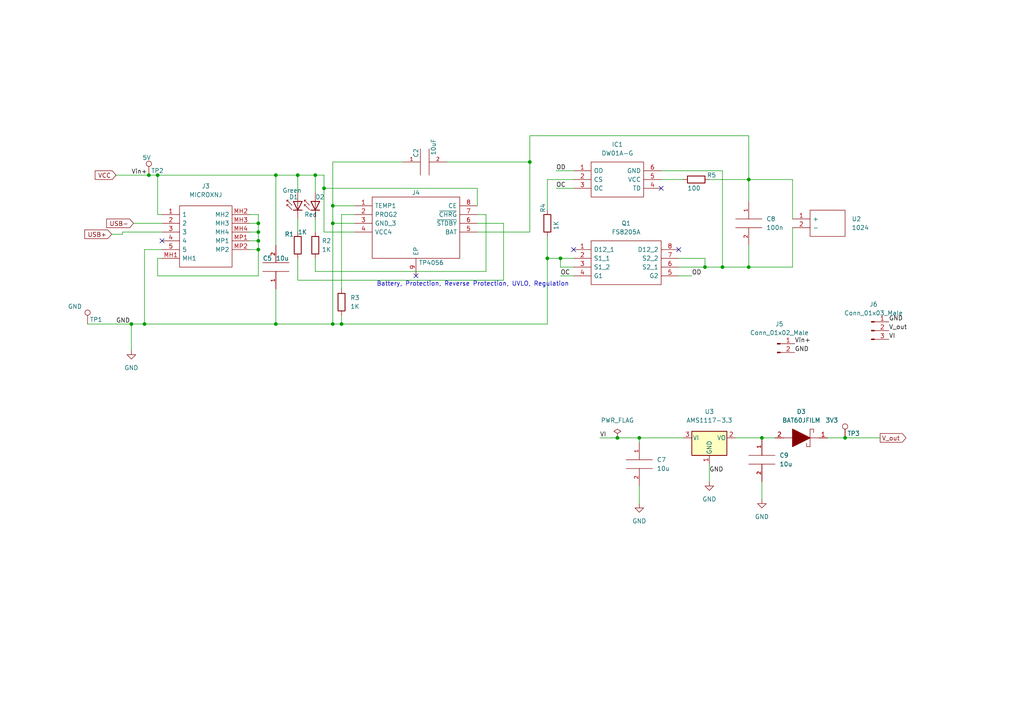
<source format=kicad_sch>
(kicad_sch (version 20211123) (generator eeschema)

  (uuid 00318b70-98db-4150-aae9-0fe9db9b4f56)

  (paper "A4")

  (title_block
    (title "Power Subsystem")
    (date "2022-03-10")
    (rev "2.0")
    (company "Author: Matsoso Leseli")
  )

  (lib_symbols
    (symbol "1042:1024" (pin_names (offset 0.762)) (in_bom yes) (on_board yes)
      (property "Reference" "U" (id 0) (at 16.51 7.62 0)
        (effects (font (size 1.27 1.27)) (justify left))
      )
      (property "Value" "1024" (id 1) (at 16.51 5.08 0)
        (effects (font (size 1.27 1.27)) (justify left))
      )
      (property "Footprint" "1024" (id 2) (at 16.51 2.54 0)
        (effects (font (size 1.27 1.27)) (justify left) hide)
      )
      (property "Datasheet" "http://www.keyelco.com/product-pdf.cfm?p=936" (id 3) (at 16.51 0 0)
        (effects (font (size 1.27 1.27)) (justify left) hide)
      )
      (property "Description" "KEYSTONE - 1024 - BATTERY HOLDER, AA CELL, SURFACE MT" (id 4) (at 16.51 -2.54 0)
        (effects (font (size 1.27 1.27)) (justify left) hide)
      )
      (property "Height" "14" (id 5) (at 16.51 -5.08 0)
        (effects (font (size 1.27 1.27)) (justify left) hide)
      )
      (property "Manufacturer_Name" "Keystone Electronics" (id 6) (at 16.51 -7.62 0)
        (effects (font (size 1.27 1.27)) (justify left) hide)
      )
      (property "Manufacturer_Part_Number" "1024" (id 7) (at 16.51 -10.16 0)
        (effects (font (size 1.27 1.27)) (justify left) hide)
      )
      (property "Mouser Part Number" "534-1024" (id 8) (at 16.51 -12.7 0)
        (effects (font (size 1.27 1.27)) (justify left) hide)
      )
      (property "Mouser Price/Stock" "https://www.mouser.co.uk/ProductDetail/Keystone-Electronics/1024?qs=%2F%252BPMR94VuMZrxTZbZiPNbw%3D%3D" (id 9) (at 16.51 -15.24 0)
        (effects (font (size 1.27 1.27)) (justify left) hide)
      )
      (property "Arrow Part Number" "" (id 10) (at 16.51 -17.78 0)
        (effects (font (size 1.27 1.27)) (justify left) hide)
      )
      (property "Arrow Price/Stock" "" (id 11) (at 16.51 -20.32 0)
        (effects (font (size 1.27 1.27)) (justify left) hide)
      )
      (property "ki_description" "KEYSTONE - 1024 - BATTERY HOLDER, AA CELL, SURFACE MT" (id 12) (at 0 0 0)
        (effects (font (size 1.27 1.27)) hide)
      )
      (symbol "1024_0_0"
        (pin passive line (at 0 0 0) (length 5.08)
          (name "+" (effects (font (size 1.27 1.27))))
          (number "1" (effects (font (size 1.27 1.27))))
        )
        (pin passive line (at 0 -2.54 0) (length 5.08)
          (name "-" (effects (font (size 1.27 1.27))))
          (number "2" (effects (font (size 1.27 1.27))))
        )
      )
      (symbol "1024_0_1"
        (polyline
          (pts
            (xy 5.08 2.54)
            (xy 15.24 2.54)
            (xy 15.24 -5.08)
            (xy 5.08 -5.08)
            (xy 5.08 2.54)
          )
          (stroke (width 0.1524) (type default) (color 0 0 0 0))
          (fill (type none))
        )
      )
    )
    (symbol "BAT60JFILM:BAT60JFILM" (pin_names (offset 0.762)) (in_bom yes) (on_board yes)
      (property "Reference" "D" (id 0) (at 12.7 8.89 0)
        (effects (font (size 1.27 1.27)) (justify left))
      )
      (property "Value" "BAT60JFILM" (id 1) (at 12.7 6.35 0)
        (effects (font (size 1.27 1.27)) (justify left))
      )
      (property "Footprint" "SOD2513X117N" (id 2) (at 12.7 3.81 0)
        (effects (font (size 1.27 1.27)) (justify left) hide)
      )
      (property "Datasheet" "https://www.mouser.jp/datasheet/2/389/cd00001944-1795661.pdf" (id 3) (at 12.7 1.27 0)
        (effects (font (size 1.27 1.27)) (justify left) hide)
      )
      (property "Description" "SMALL SIGNAL SCHOTTKY DIODE" (id 4) (at 12.7 -1.27 0)
        (effects (font (size 1.27 1.27)) (justify left) hide)
      )
      (property "Height" "1.17" (id 5) (at 12.7 -3.81 0)
        (effects (font (size 1.27 1.27)) (justify left) hide)
      )
      (property "Manufacturer_Name" "STMicroelectronics" (id 6) (at 12.7 -6.35 0)
        (effects (font (size 1.27 1.27)) (justify left) hide)
      )
      (property "Manufacturer_Part_Number" "BAT60JFILM" (id 7) (at 12.7 -8.89 0)
        (effects (font (size 1.27 1.27)) (justify left) hide)
      )
      (property "Mouser Part Number" "511-BAT60JFILM" (id 8) (at 12.7 -11.43 0)
        (effects (font (size 1.27 1.27)) (justify left) hide)
      )
      (property "Mouser Price/Stock" "https://www.mouser.co.uk/ProductDetail/STMicroelectronics/BAT60JFILM?qs=GnFZssByvVVVnMaukcyLZg%3D%3D" (id 9) (at 12.7 -13.97 0)
        (effects (font (size 1.27 1.27)) (justify left) hide)
      )
      (property "Arrow Part Number" "BAT60JFILM" (id 10) (at 12.7 -16.51 0)
        (effects (font (size 1.27 1.27)) (justify left) hide)
      )
      (property "Arrow Price/Stock" "https://www.arrow.com/en/products/bat60jfilm/stmicroelectronics?region=europe" (id 11) (at 12.7 -19.05 0)
        (effects (font (size 1.27 1.27)) (justify left) hide)
      )
      (property "ki_description" "SMALL SIGNAL SCHOTTKY DIODE" (id 12) (at 0 0 0)
        (effects (font (size 1.27 1.27)) hide)
      )
      (symbol "BAT60JFILM_0_0"
        (pin passive line (at 2.54 0 0) (length 2.54)
          (name "~" (effects (font (size 1.27 1.27))))
          (number "1" (effects (font (size 1.27 1.27))))
        )
        (pin passive line (at 17.78 0 180) (length 2.54)
          (name "~" (effects (font (size 1.27 1.27))))
          (number "2" (effects (font (size 1.27 1.27))))
        )
      )
      (symbol "BAT60JFILM_0_1"
        (polyline
          (pts
            (xy 5.08 0)
            (xy 7.62 0)
          )
          (stroke (width 0.1524) (type default) (color 0 0 0 0))
          (fill (type none))
        )
        (polyline
          (pts
            (xy 7.62 2.54)
            (xy 7.62 -2.54)
          )
          (stroke (width 0.1524) (type default) (color 0 0 0 0))
          (fill (type none))
        )
        (polyline
          (pts
            (xy 12.7 0)
            (xy 15.24 0)
          )
          (stroke (width 0.1524) (type default) (color 0 0 0 0))
          (fill (type none))
        )
        (polyline
          (pts
            (xy 7.62 -2.54)
            (xy 6.604 -2.54)
            (xy 6.604 -1.524)
          )
          (stroke (width 0.1524) (type default) (color 0 0 0 0))
          (fill (type none))
        )
        (polyline
          (pts
            (xy 7.62 2.54)
            (xy 8.636 2.54)
            (xy 8.636 1.524)
          )
          (stroke (width 0.1524) (type default) (color 0 0 0 0))
          (fill (type none))
        )
        (polyline
          (pts
            (xy 7.62 0)
            (xy 12.7 2.54)
            (xy 12.7 -2.54)
            (xy 7.62 0)
          )
          (stroke (width 0.254) (type default) (color 0 0 0 0))
          (fill (type outline))
        )
      )
    )
    (symbol "Connector:Conn_01x02_Male" (pin_names (offset 1.016) hide) (in_bom yes) (on_board yes)
      (property "Reference" "J" (id 0) (at 0 2.54 0)
        (effects (font (size 1.27 1.27)))
      )
      (property "Value" "Conn_01x02_Male" (id 1) (at 0 -5.08 0)
        (effects (font (size 1.27 1.27)))
      )
      (property "Footprint" "" (id 2) (at 0 0 0)
        (effects (font (size 1.27 1.27)) hide)
      )
      (property "Datasheet" "~" (id 3) (at 0 0 0)
        (effects (font (size 1.27 1.27)) hide)
      )
      (property "ki_keywords" "connector" (id 4) (at 0 0 0)
        (effects (font (size 1.27 1.27)) hide)
      )
      (property "ki_description" "Generic connector, single row, 01x02, script generated (kicad-library-utils/schlib/autogen/connector/)" (id 5) (at 0 0 0)
        (effects (font (size 1.27 1.27)) hide)
      )
      (property "ki_fp_filters" "Connector*:*_1x??_*" (id 6) (at 0 0 0)
        (effects (font (size 1.27 1.27)) hide)
      )
      (symbol "Conn_01x02_Male_1_1"
        (polyline
          (pts
            (xy 1.27 -2.54)
            (xy 0.8636 -2.54)
          )
          (stroke (width 0.1524) (type default) (color 0 0 0 0))
          (fill (type none))
        )
        (polyline
          (pts
            (xy 1.27 0)
            (xy 0.8636 0)
          )
          (stroke (width 0.1524) (type default) (color 0 0 0 0))
          (fill (type none))
        )
        (rectangle (start 0.8636 -2.413) (end 0 -2.667)
          (stroke (width 0.1524) (type default) (color 0 0 0 0))
          (fill (type outline))
        )
        (rectangle (start 0.8636 0.127) (end 0 -0.127)
          (stroke (width 0.1524) (type default) (color 0 0 0 0))
          (fill (type outline))
        )
        (pin passive line (at 5.08 0 180) (length 3.81)
          (name "Pin_1" (effects (font (size 1.27 1.27))))
          (number "1" (effects (font (size 1.27 1.27))))
        )
        (pin passive line (at 5.08 -2.54 180) (length 3.81)
          (name "Pin_2" (effects (font (size 1.27 1.27))))
          (number "2" (effects (font (size 1.27 1.27))))
        )
      )
    )
    (symbol "Connector:Conn_01x03_Male" (pin_names (offset 1.016) hide) (in_bom yes) (on_board yes)
      (property "Reference" "J" (id 0) (at 0 5.08 0)
        (effects (font (size 1.27 1.27)))
      )
      (property "Value" "Conn_01x03_Male" (id 1) (at 0 -5.08 0)
        (effects (font (size 1.27 1.27)))
      )
      (property "Footprint" "" (id 2) (at 0 0 0)
        (effects (font (size 1.27 1.27)) hide)
      )
      (property "Datasheet" "~" (id 3) (at 0 0 0)
        (effects (font (size 1.27 1.27)) hide)
      )
      (property "ki_keywords" "connector" (id 4) (at 0 0 0)
        (effects (font (size 1.27 1.27)) hide)
      )
      (property "ki_description" "Generic connector, single row, 01x03, script generated (kicad-library-utils/schlib/autogen/connector/)" (id 5) (at 0 0 0)
        (effects (font (size 1.27 1.27)) hide)
      )
      (property "ki_fp_filters" "Connector*:*_1x??_*" (id 6) (at 0 0 0)
        (effects (font (size 1.27 1.27)) hide)
      )
      (symbol "Conn_01x03_Male_1_1"
        (polyline
          (pts
            (xy 1.27 -2.54)
            (xy 0.8636 -2.54)
          )
          (stroke (width 0.1524) (type default) (color 0 0 0 0))
          (fill (type none))
        )
        (polyline
          (pts
            (xy 1.27 0)
            (xy 0.8636 0)
          )
          (stroke (width 0.1524) (type default) (color 0 0 0 0))
          (fill (type none))
        )
        (polyline
          (pts
            (xy 1.27 2.54)
            (xy 0.8636 2.54)
          )
          (stroke (width 0.1524) (type default) (color 0 0 0 0))
          (fill (type none))
        )
        (rectangle (start 0.8636 -2.413) (end 0 -2.667)
          (stroke (width 0.1524) (type default) (color 0 0 0 0))
          (fill (type outline))
        )
        (rectangle (start 0.8636 0.127) (end 0 -0.127)
          (stroke (width 0.1524) (type default) (color 0 0 0 0))
          (fill (type outline))
        )
        (rectangle (start 0.8636 2.667) (end 0 2.413)
          (stroke (width 0.1524) (type default) (color 0 0 0 0))
          (fill (type outline))
        )
        (pin passive line (at 5.08 2.54 180) (length 3.81)
          (name "Pin_1" (effects (font (size 1.27 1.27))))
          (number "1" (effects (font (size 1.27 1.27))))
        )
        (pin passive line (at 5.08 0 180) (length 3.81)
          (name "Pin_2" (effects (font (size 1.27 1.27))))
          (number "2" (effects (font (size 1.27 1.27))))
        )
        (pin passive line (at 5.08 -2.54 180) (length 3.81)
          (name "Pin_3" (effects (font (size 1.27 1.27))))
          (number "3" (effects (font (size 1.27 1.27))))
        )
      )
    )
    (symbol "Connector:TestPoint" (pin_numbers hide) (pin_names (offset 0.762) hide) (in_bom yes) (on_board yes)
      (property "Reference" "TP" (id 0) (at 0 6.858 0)
        (effects (font (size 1.27 1.27)))
      )
      (property "Value" "TestPoint" (id 1) (at 0 5.08 0)
        (effects (font (size 1.27 1.27)))
      )
      (property "Footprint" "" (id 2) (at 5.08 0 0)
        (effects (font (size 1.27 1.27)) hide)
      )
      (property "Datasheet" "~" (id 3) (at 5.08 0 0)
        (effects (font (size 1.27 1.27)) hide)
      )
      (property "ki_keywords" "test point tp" (id 4) (at 0 0 0)
        (effects (font (size 1.27 1.27)) hide)
      )
      (property "ki_description" "test point" (id 5) (at 0 0 0)
        (effects (font (size 1.27 1.27)) hide)
      )
      (property "ki_fp_filters" "Pin* Test*" (id 6) (at 0 0 0)
        (effects (font (size 1.27 1.27)) hide)
      )
      (symbol "TestPoint_0_1"
        (circle (center 0 3.302) (radius 0.762)
          (stroke (width 0) (type default) (color 0 0 0 0))
          (fill (type none))
        )
      )
      (symbol "TestPoint_1_1"
        (pin passive line (at 0 0 90) (length 2.54)
          (name "1" (effects (font (size 1.27 1.27))))
          (number "1" (effects (font (size 1.27 1.27))))
        )
      )
    )
    (symbol "DW01A-G:DW01A-G" (pin_names (offset 0.762)) (in_bom yes) (on_board yes)
      (property "Reference" "IC" (id 0) (at 21.59 7.62 0)
        (effects (font (size 1.27 1.27)) (justify left))
      )
      (property "Value" "DW01A-G" (id 1) (at 21.59 5.08 0)
        (effects (font (size 1.27 1.27)) (justify left))
      )
      (property "Footprint" "SOT95P280X135-6N" (id 2) (at 21.59 2.54 0)
        (effects (font (size 1.27 1.27)) (justify left) hide)
      )
      (property "Datasheet" "http://acoptex.com/uploads/DW01A.pdf" (id 3) (at 21.59 0 0)
        (effects (font (size 1.27 1.27)) (justify left) hide)
      )
      (property "Description" "One Cell Lithium-ion/Polymer Battery Protection IC" (id 4) (at 21.59 -2.54 0)
        (effects (font (size 1.27 1.27)) (justify left) hide)
      )
      (property "Height" "1.35" (id 5) (at 21.59 -5.08 0)
        (effects (font (size 1.27 1.27)) (justify left) hide)
      )
      (property "Manufacturer_Name" "Fortune Semiconductor Corporation" (id 6) (at 21.59 -7.62 0)
        (effects (font (size 1.27 1.27)) (justify left) hide)
      )
      (property "Manufacturer_Part_Number" "DW01A-G" (id 7) (at 21.59 -10.16 0)
        (effects (font (size 1.27 1.27)) (justify left) hide)
      )
      (property "Mouser Part Number" "" (id 8) (at 21.59 -12.7 0)
        (effects (font (size 1.27 1.27)) (justify left) hide)
      )
      (property "Mouser Price/Stock" "" (id 9) (at 21.59 -15.24 0)
        (effects (font (size 1.27 1.27)) (justify left) hide)
      )
      (property "Arrow Part Number" "" (id 10) (at 21.59 -17.78 0)
        (effects (font (size 1.27 1.27)) (justify left) hide)
      )
      (property "Arrow Price/Stock" "" (id 11) (at 21.59 -20.32 0)
        (effects (font (size 1.27 1.27)) (justify left) hide)
      )
      (property "ki_description" "One Cell Lithium-ion/Polymer Battery Protection IC" (id 12) (at 0 0 0)
        (effects (font (size 1.27 1.27)) hide)
      )
      (symbol "DW01A-G_0_0"
        (pin passive line (at 0 0 0) (length 5.08)
          (name "OD" (effects (font (size 1.27 1.27))))
          (number "1" (effects (font (size 1.27 1.27))))
        )
        (pin passive line (at 0 -2.54 0) (length 5.08)
          (name "CS" (effects (font (size 1.27 1.27))))
          (number "2" (effects (font (size 1.27 1.27))))
        )
        (pin passive line (at 0 -5.08 0) (length 5.08)
          (name "OC" (effects (font (size 1.27 1.27))))
          (number "3" (effects (font (size 1.27 1.27))))
        )
        (pin passive line (at 25.4 -5.08 180) (length 5.08)
          (name "TD" (effects (font (size 1.27 1.27))))
          (number "4" (effects (font (size 1.27 1.27))))
        )
        (pin passive line (at 25.4 -2.54 180) (length 5.08)
          (name "VCC" (effects (font (size 1.27 1.27))))
          (number "5" (effects (font (size 1.27 1.27))))
        )
        (pin passive line (at 25.4 0 180) (length 5.08)
          (name "GND" (effects (font (size 1.27 1.27))))
          (number "6" (effects (font (size 1.27 1.27))))
        )
      )
      (symbol "DW01A-G_0_1"
        (polyline
          (pts
            (xy 5.08 2.54)
            (xy 20.32 2.54)
            (xy 20.32 -7.62)
            (xy 5.08 -7.62)
            (xy 5.08 2.54)
          )
          (stroke (width 0.1524) (type default) (color 0 0 0 0))
          (fill (type none))
        )
      )
    )
    (symbol "Device:R" (pin_numbers hide) (pin_names (offset 0)) (in_bom yes) (on_board yes)
      (property "Reference" "R" (id 0) (at 2.032 0 90)
        (effects (font (size 1.27 1.27)))
      )
      (property "Value" "R" (id 1) (at 0 0 90)
        (effects (font (size 1.27 1.27)))
      )
      (property "Footprint" "" (id 2) (at -1.778 0 90)
        (effects (font (size 1.27 1.27)) hide)
      )
      (property "Datasheet" "~" (id 3) (at 0 0 0)
        (effects (font (size 1.27 1.27)) hide)
      )
      (property "ki_keywords" "R res resistor" (id 4) (at 0 0 0)
        (effects (font (size 1.27 1.27)) hide)
      )
      (property "ki_description" "Resistor" (id 5) (at 0 0 0)
        (effects (font (size 1.27 1.27)) hide)
      )
      (property "ki_fp_filters" "R_*" (id 6) (at 0 0 0)
        (effects (font (size 1.27 1.27)) hide)
      )
      (symbol "R_0_1"
        (rectangle (start -1.016 -2.54) (end 1.016 2.54)
          (stroke (width 0.254) (type default) (color 0 0 0 0))
          (fill (type none))
        )
      )
      (symbol "R_1_1"
        (pin passive line (at 0 3.81 270) (length 1.27)
          (name "~" (effects (font (size 1.27 1.27))))
          (number "1" (effects (font (size 1.27 1.27))))
        )
        (pin passive line (at 0 -3.81 90) (length 1.27)
          (name "~" (effects (font (size 1.27 1.27))))
          (number "2" (effects (font (size 1.27 1.27))))
        )
      )
    )
    (symbol "FS8205A:FS8205A" (pin_names (offset 0.762)) (in_bom yes) (on_board yes)
      (property "Reference" "Q" (id 0) (at 26.67 7.62 0)
        (effects (font (size 1.27 1.27)) (justify left))
      )
      (property "Value" "FS8205A" (id 1) (at 26.67 5.08 0)
        (effects (font (size 1.27 1.27)) (justify left))
      )
      (property "Footprint" "SOP65P640X120-8N" (id 2) (at 26.67 2.54 0)
        (effects (font (size 1.27 1.27)) (justify left) hide)
      )
      (property "Datasheet" "http://www.ic-fortune.com/upload/Download/FS8205A-DS-12_EN.pdf" (id 3) (at 26.67 0 0)
        (effects (font (size 1.27 1.27)) (justify left) hide)
      )
      (property "Description" "Dual N-Channel Enahncement Mode Power MOSFET" (id 4) (at 26.67 -2.54 0)
        (effects (font (size 1.27 1.27)) (justify left) hide)
      )
      (property "Height" "1.2" (id 5) (at 26.67 -5.08 0)
        (effects (font (size 1.27 1.27)) (justify left) hide)
      )
      (property "Manufacturer_Name" "fortune" (id 6) (at 26.67 -7.62 0)
        (effects (font (size 1.27 1.27)) (justify left) hide)
      )
      (property "Manufacturer_Part_Number" "FS8205A" (id 7) (at 26.67 -10.16 0)
        (effects (font (size 1.27 1.27)) (justify left) hide)
      )
      (property "Mouser Part Number" "" (id 8) (at 26.67 -12.7 0)
        (effects (font (size 1.27 1.27)) (justify left) hide)
      )
      (property "Mouser Price/Stock" "" (id 9) (at 26.67 -15.24 0)
        (effects (font (size 1.27 1.27)) (justify left) hide)
      )
      (property "Arrow Part Number" "" (id 10) (at 26.67 -17.78 0)
        (effects (font (size 1.27 1.27)) (justify left) hide)
      )
      (property "Arrow Price/Stock" "" (id 11) (at 26.67 -20.32 0)
        (effects (font (size 1.27 1.27)) (justify left) hide)
      )
      (property "ki_description" "Dual N-Channel Enahncement Mode Power MOSFET" (id 12) (at 0 0 0)
        (effects (font (size 1.27 1.27)) hide)
      )
      (symbol "FS8205A_0_0"
        (pin passive line (at 0 0 0) (length 5.08)
          (name "D12_1" (effects (font (size 1.27 1.27))))
          (number "1" (effects (font (size 1.27 1.27))))
        )
        (pin passive line (at 0 -2.54 0) (length 5.08)
          (name "S1_1" (effects (font (size 1.27 1.27))))
          (number "2" (effects (font (size 1.27 1.27))))
        )
        (pin passive line (at 0 -5.08 0) (length 5.08)
          (name "S1_2" (effects (font (size 1.27 1.27))))
          (number "3" (effects (font (size 1.27 1.27))))
        )
        (pin passive line (at 0 -7.62 0) (length 5.08)
          (name "G1" (effects (font (size 1.27 1.27))))
          (number "4" (effects (font (size 1.27 1.27))))
        )
        (pin passive line (at 30.48 -7.62 180) (length 5.08)
          (name "G2" (effects (font (size 1.27 1.27))))
          (number "5" (effects (font (size 1.27 1.27))))
        )
        (pin passive line (at 30.48 -5.08 180) (length 5.08)
          (name "S2_1" (effects (font (size 1.27 1.27))))
          (number "6" (effects (font (size 1.27 1.27))))
        )
        (pin passive line (at 30.48 -2.54 180) (length 5.08)
          (name "S2_2" (effects (font (size 1.27 1.27))))
          (number "7" (effects (font (size 1.27 1.27))))
        )
        (pin passive line (at 30.48 0 180) (length 5.08)
          (name "D12_2" (effects (font (size 1.27 1.27))))
          (number "8" (effects (font (size 1.27 1.27))))
        )
      )
      (symbol "FS8205A_0_1"
        (polyline
          (pts
            (xy 5.08 2.54)
            (xy 25.4 2.54)
            (xy 25.4 -10.16)
            (xy 5.08 -10.16)
            (xy 5.08 2.54)
          )
          (stroke (width 0.1524) (type default) (color 0 0 0 0))
          (fill (type none))
        )
      )
    )
    (symbol "LED:LD274" (pin_numbers hide) (pin_names (offset 1.016) hide) (in_bom yes) (on_board yes)
      (property "Reference" "D" (id 0) (at 0.508 1.778 0)
        (effects (font (size 1.27 1.27)) (justify left))
      )
      (property "Value" "LD274" (id 1) (at -1.016 -2.794 0)
        (effects (font (size 1.27 1.27)))
      )
      (property "Footprint" "LED_THT:LED_D5.0mm_IRGrey" (id 2) (at 0 4.445 0)
        (effects (font (size 1.27 1.27)) hide)
      )
      (property "Datasheet" "http://pdf.datasheetcatalog.com/datasheet/siemens/LD274.pdf" (id 3) (at -1.27 0 0)
        (effects (font (size 1.27 1.27)) hide)
      )
      (property "ki_keywords" "IR LED" (id 4) (at 0 0 0)
        (effects (font (size 1.27 1.27)) hide)
      )
      (property "ki_description" "950nm IR-LED, 5mm" (id 5) (at 0 0 0)
        (effects (font (size 1.27 1.27)) hide)
      )
      (property "ki_fp_filters" "LED*5.0mm*IRGrey*" (id 6) (at 0 0 0)
        (effects (font (size 1.27 1.27)) hide)
      )
      (symbol "LD274_0_1"
        (polyline
          (pts
            (xy -2.54 1.27)
            (xy -2.54 -1.27)
          )
          (stroke (width 0.254) (type default) (color 0 0 0 0))
          (fill (type none))
        )
        (polyline
          (pts
            (xy 0 0)
            (xy -2.54 0)
          )
          (stroke (width 0) (type default) (color 0 0 0 0))
          (fill (type none))
        )
        (polyline
          (pts
            (xy 0.381 3.175)
            (xy -0.127 3.175)
          )
          (stroke (width 0) (type default) (color 0 0 0 0))
          (fill (type none))
        )
        (polyline
          (pts
            (xy -1.143 1.651)
            (xy 0.381 3.175)
            (xy 0.381 2.667)
          )
          (stroke (width 0) (type default) (color 0 0 0 0))
          (fill (type none))
        )
        (polyline
          (pts
            (xy 0 -1.27)
            (xy -2.54 0)
            (xy 0 1.27)
            (xy 0 -1.27)
          )
          (stroke (width 0.254) (type default) (color 0 0 0 0))
          (fill (type none))
        )
        (polyline
          (pts
            (xy -2.413 1.651)
            (xy -0.889 3.175)
            (xy -0.889 2.667)
            (xy -0.889 3.175)
            (xy -1.397 3.175)
          )
          (stroke (width 0) (type default) (color 0 0 0 0))
          (fill (type none))
        )
      )
      (symbol "LD274_1_1"
        (pin passive line (at -5.08 0 0) (length 2.54)
          (name "K" (effects (font (size 1.27 1.27))))
          (number "1" (effects (font (size 1.27 1.27))))
        )
        (pin passive line (at 2.54 0 180) (length 2.54)
          (name "A" (effects (font (size 1.27 1.27))))
          (number "2" (effects (font (size 1.27 1.27))))
        )
      )
    )
    (symbol "MICROXNJ:MICROXNJ" (pin_names (offset 0.762)) (in_bom yes) (on_board yes)
      (property "Reference" "J" (id 0) (at 21.59 7.62 0)
        (effects (font (size 1.27 1.27)) (justify left))
      )
      (property "Value" "MICROXNJ" (id 1) (at 21.59 5.08 0)
        (effects (font (size 1.27 1.27)) (justify left))
      )
      (property "Footprint" "MICROXNJ" (id 2) (at 21.59 2.54 0)
        (effects (font (size 1.27 1.27)) (justify left) hide)
      )
      (property "Datasheet" "https://datasheet.lcsc.com/szlcsc/1912111437_SHOU-HAN-MicroXNJ_C404969.pdf" (id 3) (at 21.59 0 0)
        (effects (font (size 1.27 1.27)) (justify left) hide)
      )
      (property "Description" "MICRO-USB-SMD_MICROXNJ" (id 4) (at 21.59 -2.54 0)
        (effects (font (size 1.27 1.27)) (justify left) hide)
      )
      (property "Height" "2.425" (id 5) (at 21.59 -5.08 0)
        (effects (font (size 1.27 1.27)) (justify left) hide)
      )
      (property "Manufacturer_Name" "Shou Han" (id 6) (at 21.59 -7.62 0)
        (effects (font (size 1.27 1.27)) (justify left) hide)
      )
      (property "Manufacturer_Part_Number" "MICROXNJ" (id 7) (at 21.59 -10.16 0)
        (effects (font (size 1.27 1.27)) (justify left) hide)
      )
      (property "Mouser Part Number" "" (id 8) (at 21.59 -12.7 0)
        (effects (font (size 1.27 1.27)) (justify left) hide)
      )
      (property "Mouser Price/Stock" "" (id 9) (at 21.59 -15.24 0)
        (effects (font (size 1.27 1.27)) (justify left) hide)
      )
      (property "Arrow Part Number" "" (id 10) (at 21.59 -17.78 0)
        (effects (font (size 1.27 1.27)) (justify left) hide)
      )
      (property "Arrow Price/Stock" "" (id 11) (at 21.59 -20.32 0)
        (effects (font (size 1.27 1.27)) (justify left) hide)
      )
      (property "ki_description" "MICRO-USB-SMD_MICROXNJ" (id 12) (at 0 0 0)
        (effects (font (size 1.27 1.27)) hide)
      )
      (symbol "MICROXNJ_0_0"
        (pin passive line (at 0 0 0) (length 5.08)
          (name "1" (effects (font (size 1.27 1.27))))
          (number "1" (effects (font (size 1.27 1.27))))
        )
        (pin passive line (at 0 -2.54 0) (length 5.08)
          (name "2" (effects (font (size 1.27 1.27))))
          (number "2" (effects (font (size 1.27 1.27))))
        )
        (pin passive line (at 0 -5.08 0) (length 5.08)
          (name "3" (effects (font (size 1.27 1.27))))
          (number "3" (effects (font (size 1.27 1.27))))
        )
        (pin passive line (at 0 -7.62 0) (length 5.08)
          (name "4" (effects (font (size 1.27 1.27))))
          (number "4" (effects (font (size 1.27 1.27))))
        )
        (pin passive line (at 0 -10.16 0) (length 5.08)
          (name "5" (effects (font (size 1.27 1.27))))
          (number "5" (effects (font (size 1.27 1.27))))
        )
        (pin passive line (at 0 -12.7 0) (length 5.08)
          (name "MH1" (effects (font (size 1.27 1.27))))
          (number "MH1" (effects (font (size 1.27 1.27))))
        )
        (pin passive line (at 25.4 0 180) (length 5.08)
          (name "MH2" (effects (font (size 1.27 1.27))))
          (number "MH2" (effects (font (size 1.27 1.27))))
        )
        (pin passive line (at 25.4 -2.54 180) (length 5.08)
          (name "MH3" (effects (font (size 1.27 1.27))))
          (number "MH3" (effects (font (size 1.27 1.27))))
        )
        (pin passive line (at 25.4 -5.08 180) (length 5.08)
          (name "MH4" (effects (font (size 1.27 1.27))))
          (number "MH4" (effects (font (size 1.27 1.27))))
        )
        (pin passive line (at 25.4 -7.62 180) (length 5.08)
          (name "MP1" (effects (font (size 1.27 1.27))))
          (number "MP1" (effects (font (size 1.27 1.27))))
        )
        (pin passive line (at 25.4 -10.16 180) (length 5.08)
          (name "MP2" (effects (font (size 1.27 1.27))))
          (number "MP2" (effects (font (size 1.27 1.27))))
        )
      )
      (symbol "MICROXNJ_0_1"
        (polyline
          (pts
            (xy 5.08 2.54)
            (xy 20.32 2.54)
            (xy 20.32 -15.24)
            (xy 5.08 -15.24)
            (xy 5.08 2.54)
          )
          (stroke (width 0.1524) (type default) (color 0 0 0 0))
          (fill (type none))
        )
      )
    )
    (symbol "Regulator_Linear:AMS1117-3.3" (pin_names (offset 0.254)) (in_bom yes) (on_board yes)
      (property "Reference" "U" (id 0) (at -3.81 3.175 0)
        (effects (font (size 1.27 1.27)))
      )
      (property "Value" "AMS1117-3.3" (id 1) (at 0 3.175 0)
        (effects (font (size 1.27 1.27)) (justify left))
      )
      (property "Footprint" "Package_TO_SOT_SMD:SOT-223-3_TabPin2" (id 2) (at 0 5.08 0)
        (effects (font (size 1.27 1.27)) hide)
      )
      (property "Datasheet" "http://www.advanced-monolithic.com/pdf/ds1117.pdf" (id 3) (at 2.54 -6.35 0)
        (effects (font (size 1.27 1.27)) hide)
      )
      (property "ki_keywords" "linear regulator ldo fixed positive" (id 4) (at 0 0 0)
        (effects (font (size 1.27 1.27)) hide)
      )
      (property "ki_description" "1A Low Dropout regulator, positive, 3.3V fixed output, SOT-223" (id 5) (at 0 0 0)
        (effects (font (size 1.27 1.27)) hide)
      )
      (property "ki_fp_filters" "SOT?223*TabPin2*" (id 6) (at 0 0 0)
        (effects (font (size 1.27 1.27)) hide)
      )
      (symbol "AMS1117-3.3_0_1"
        (rectangle (start -5.08 -5.08) (end 5.08 1.905)
          (stroke (width 0.254) (type default) (color 0 0 0 0))
          (fill (type background))
        )
      )
      (symbol "AMS1117-3.3_1_1"
        (pin power_in line (at 0 -7.62 90) (length 2.54)
          (name "GND" (effects (font (size 1.27 1.27))))
          (number "1" (effects (font (size 1.27 1.27))))
        )
        (pin power_out line (at 7.62 0 180) (length 2.54)
          (name "VO" (effects (font (size 1.27 1.27))))
          (number "2" (effects (font (size 1.27 1.27))))
        )
        (pin power_in line (at -7.62 0 0) (length 2.54)
          (name "VI" (effects (font (size 1.27 1.27))))
          (number "3" (effects (font (size 1.27 1.27))))
        )
      )
    )
    (symbol "TP4056:TP4056" (pin_names (offset 0.762)) (in_bom yes) (on_board yes)
      (property "Reference" "J6" (id 0) (at 17.78 3.81 0)
        (effects (font (size 1.27 1.27)))
      )
      (property "Value" "TP4056" (id 1) (at 22.225 -16.51 0)
        (effects (font (size 1.27 1.27)))
      )
      (property "Footprint" "TP4056:SOIC127P600X175-9N" (id 2) (at 31.75 2.54 0)
        (effects (font (size 1.27 1.27)) (justify left) hide)
      )
      (property "Datasheet" "https://dlnmh9ip6v2uc.cloudfront.net/datasheets/Prototyping/TP4056.pdf" (id 3) (at 31.75 0 0)
        (effects (font (size 1.27 1.27)) (justify left) hide)
      )
      (property "Description" "1A Standalone Linear Li-lon Battery Charger, SOP-8" (id 4) (at 31.75 -2.54 0)
        (effects (font (size 1.27 1.27)) (justify left) hide)
      )
      (property "Height" "1.75" (id 5) (at 31.75 -5.08 0)
        (effects (font (size 1.27 1.27)) (justify left) hide)
      )
      (property "Manufacturer_Name" "NanJing Top Power" (id 6) (at 31.75 -7.62 0)
        (effects (font (size 1.27 1.27)) (justify left) hide)
      )
      (property "Manufacturer_Part_Number" "TP4056" (id 7) (at 31.75 -10.16 0)
        (effects (font (size 1.27 1.27)) (justify left) hide)
      )
      (property "Mouser Part Number" "" (id 8) (at 31.75 -12.7 0)
        (effects (font (size 1.27 1.27)) (justify left) hide)
      )
      (property "Mouser Price/Stock" "" (id 9) (at 31.75 -15.24 0)
        (effects (font (size 1.27 1.27)) (justify left) hide)
      )
      (property "Arrow Part Number" "" (id 10) (at 31.75 -17.78 0)
        (effects (font (size 1.27 1.27)) (justify left) hide)
      )
      (property "Arrow Price/Stock" "" (id 11) (at 31.75 -20.32 0)
        (effects (font (size 1.27 1.27)) (justify left) hide)
      )
      (property "ki_description" "1A Standalone Linear Li-lon Battery Charger, SOP-8" (id 12) (at 0 0 0)
        (effects (font (size 1.27 1.27)) hide)
      )
      (symbol "TP4056_0_0"
        (pin passive line (at 0 0 0) (length 5.08)
          (name "TEMP1" (effects (font (size 1.27 1.27))))
          (number "1" (effects (font (size 1.27 1.27))))
        )
        (pin passive line (at 0 -2.54 0) (length 5.08)
          (name "PROG2" (effects (font (size 1.27 1.27))))
          (number "2" (effects (font (size 1.27 1.27))))
        )
        (pin passive line (at 0 -5.08 0) (length 5.08)
          (name "GND_3" (effects (font (size 1.27 1.27))))
          (number "3" (effects (font (size 1.27 1.27))))
        )
        (pin passive line (at 0 -7.62 0) (length 5.08)
          (name "VCC4" (effects (font (size 1.27 1.27))))
          (number "4" (effects (font (size 1.27 1.27))))
        )
        (pin passive line (at 35.56 -7.62 180) (length 5.08)
          (name "BAT" (effects (font (size 1.27 1.27))))
          (number "5" (effects (font (size 1.27 1.27))))
        )
        (pin passive line (at 35.56 -5.08 180) (length 5.08)
          (name "~{STDBY}" (effects (font (size 1.27 1.27))))
          (number "6" (effects (font (size 1.27 1.27))))
        )
        (pin passive line (at 35.56 -2.54 180) (length 5.08)
          (name "~{CHRG}" (effects (font (size 1.27 1.27))))
          (number "7" (effects (font (size 1.27 1.27))))
        )
        (pin passive line (at 35.56 0 180) (length 5.08)
          (name "CE" (effects (font (size 1.27 1.27))))
          (number "8" (effects (font (size 1.27 1.27))))
        )
        (pin passive line (at 17.78 -20.32 90) (length 5.08)
          (name "EP" (effects (font (size 1.27 1.27))))
          (number "9" (effects (font (size 1.27 1.27))))
        )
      )
      (symbol "TP4056_0_1"
        (polyline
          (pts
            (xy 5.08 2.54)
            (xy 30.48 2.54)
            (xy 30.48 -15.24)
            (xy 5.08 -15.24)
            (xy 5.08 2.54)
          )
          (stroke (width 0.1524) (type default) (color 0 0 0 0))
          (fill (type none))
        )
      )
    )
    (symbol "power:GND" (power) (pin_names (offset 0)) (in_bom yes) (on_board yes)
      (property "Reference" "#PWR" (id 0) (at 0 -6.35 0)
        (effects (font (size 1.27 1.27)) hide)
      )
      (property "Value" "GND" (id 1) (at 0 -3.81 0)
        (effects (font (size 1.27 1.27)))
      )
      (property "Footprint" "" (id 2) (at 0 0 0)
        (effects (font (size 1.27 1.27)) hide)
      )
      (property "Datasheet" "" (id 3) (at 0 0 0)
        (effects (font (size 1.27 1.27)) hide)
      )
      (property "ki_keywords" "power-flag" (id 4) (at 0 0 0)
        (effects (font (size 1.27 1.27)) hide)
      )
      (property "ki_description" "Power symbol creates a global label with name \"GND\" , ground" (id 5) (at 0 0 0)
        (effects (font (size 1.27 1.27)) hide)
      )
      (symbol "GND_0_1"
        (polyline
          (pts
            (xy 0 0)
            (xy 0 -1.27)
            (xy 1.27 -1.27)
            (xy 0 -2.54)
            (xy -1.27 -1.27)
            (xy 0 -1.27)
          )
          (stroke (width 0) (type default) (color 0 0 0 0))
          (fill (type none))
        )
      )
      (symbol "GND_1_1"
        (pin power_in line (at 0 0 270) (length 0) hide
          (name "GND" (effects (font (size 1.27 1.27))))
          (number "1" (effects (font (size 1.27 1.27))))
        )
      )
    )
    (symbol "power:PWR_FLAG" (power) (pin_numbers hide) (pin_names (offset 0) hide) (in_bom yes) (on_board yes)
      (property "Reference" "#FLG" (id 0) (at 0 1.905 0)
        (effects (font (size 1.27 1.27)) hide)
      )
      (property "Value" "PWR_FLAG" (id 1) (at 0 3.81 0)
        (effects (font (size 1.27 1.27)))
      )
      (property "Footprint" "" (id 2) (at 0 0 0)
        (effects (font (size 1.27 1.27)) hide)
      )
      (property "Datasheet" "~" (id 3) (at 0 0 0)
        (effects (font (size 1.27 1.27)) hide)
      )
      (property "ki_keywords" "power-flag" (id 4) (at 0 0 0)
        (effects (font (size 1.27 1.27)) hide)
      )
      (property "ki_description" "Special symbol for telling ERC where power comes from" (id 5) (at 0 0 0)
        (effects (font (size 1.27 1.27)) hide)
      )
      (symbol "PWR_FLAG_0_0"
        (pin power_out line (at 0 0 90) (length 0)
          (name "pwr" (effects (font (size 1.27 1.27))))
          (number "1" (effects (font (size 1.27 1.27))))
        )
      )
      (symbol "PWR_FLAG_0_1"
        (polyline
          (pts
            (xy 0 0)
            (xy 0 1.27)
            (xy -1.016 1.905)
            (xy 0 2.54)
            (xy 1.016 1.905)
            (xy 0 1.27)
          )
          (stroke (width 0) (type default) (color 0 0 0 0))
          (fill (type none))
        )
      )
    )
    (symbol "pspice:CAP" (pin_names (offset 0.254)) (in_bom yes) (on_board yes)
      (property "Reference" "C" (id 0) (at 2.54 3.81 90)
        (effects (font (size 1.27 1.27)))
      )
      (property "Value" "CAP" (id 1) (at 2.54 -3.81 90)
        (effects (font (size 1.27 1.27)))
      )
      (property "Footprint" "" (id 2) (at 0 0 0)
        (effects (font (size 1.27 1.27)) hide)
      )
      (property "Datasheet" "~" (id 3) (at 0 0 0)
        (effects (font (size 1.27 1.27)) hide)
      )
      (property "ki_keywords" "simulation" (id 4) (at 0 0 0)
        (effects (font (size 1.27 1.27)) hide)
      )
      (property "ki_description" "Capacitor symbol for simulation only" (id 5) (at 0 0 0)
        (effects (font (size 1.27 1.27)) hide)
      )
      (symbol "CAP_0_1"
        (polyline
          (pts
            (xy -3.81 -1.27)
            (xy 3.81 -1.27)
          )
          (stroke (width 0) (type default) (color 0 0 0 0))
          (fill (type none))
        )
        (polyline
          (pts
            (xy -3.81 1.27)
            (xy 3.81 1.27)
          )
          (stroke (width 0) (type default) (color 0 0 0 0))
          (fill (type none))
        )
      )
      (symbol "CAP_1_1"
        (pin passive line (at 0 6.35 270) (length 5.08)
          (name "~" (effects (font (size 1.016 1.016))))
          (number "1" (effects (font (size 1.016 1.016))))
        )
        (pin passive line (at 0 -6.35 90) (length 5.08)
          (name "~" (effects (font (size 1.016 1.016))))
          (number "2" (effects (font (size 1.016 1.016))))
        )
      )
    )
  )


  (junction (at 162.56 74.93) (diameter 0) (color 0 0 0 0)
    (uuid 0503cbf6-585b-4bca-bc0b-448d9240fa49)
  )
  (junction (at 96.52 93.98) (diameter 0) (color 0 0 0 0)
    (uuid 0c4a51ac-eaef-4d09-aa82-9bba2c74fe93)
  )
  (junction (at 217.17 77.47) (diameter 0) (color 0 0 0 0)
    (uuid 0f009c70-295e-46e8-8e16-7c802fc0565e)
  )
  (junction (at 43.18 50.8) (diameter 0) (color 0 0 0 0)
    (uuid 1d88cff8-4860-4ec7-9db9-e110c53cbc49)
  )
  (junction (at 245.11 127) (diameter 0) (color 0 0 0 0)
    (uuid 26b73ba6-f87b-44f0-8dc6-e8e598d17d05)
  )
  (junction (at 217.17 52.07) (diameter 0) (color 0 0 0 0)
    (uuid 2fe0baba-e77c-442f-834b-b5939e51da3f)
  )
  (junction (at 96.52 59.69) (diameter 0) (color 0 0 0 0)
    (uuid 33c7cc56-7694-4a51-952a-eae4e99e159c)
  )
  (junction (at 179.07 127) (diameter 0) (color 0 0 0 0)
    (uuid 37f9e93e-a57d-49dc-a732-4ff84e224a7a)
  )
  (junction (at 80.01 50.8) (diameter 0) (color 0 0 0 0)
    (uuid 3cda19d1-7c70-4e07-b60e-6c60f91cc3a5)
  )
  (junction (at 74.93 69.85) (diameter 0) (color 0 0 0 0)
    (uuid 4b078285-de42-4bac-b767-a3ffc42bd8b3)
  )
  (junction (at 45.72 50.8) (diameter 0) (color 0 0 0 0)
    (uuid 4c5da1e1-da4b-40ae-a432-4e5fd9f05a37)
  )
  (junction (at 220.98 127) (diameter 0) (color 0 0 0 0)
    (uuid 55c7684b-a935-4c0c-8705-fa26eee9b4c9)
  )
  (junction (at 96.52 64.77) (diameter 0) (color 0 0 0 0)
    (uuid 56bf6766-32fe-48be-9da7-d04aca4cd2b2)
  )
  (junction (at 153.67 46.99) (diameter 0) (color 0 0 0 0)
    (uuid 588fc87b-89f3-4fad-b070-97698ad8e8c7)
  )
  (junction (at 74.93 64.77) (diameter 0) (color 0 0 0 0)
    (uuid 6dd79398-fb81-4547-b7a6-70cbbe49b23a)
  )
  (junction (at 204.47 77.47) (diameter 0) (color 0 0 0 0)
    (uuid 6e2e96c0-e7c3-4c1d-8f38-6d5d7642454e)
  )
  (junction (at 80.01 93.98) (diameter 0) (color 0 0 0 0)
    (uuid 790ddbc5-9ff0-480c-b8e3-b6f3210f7c10)
  )
  (junction (at 209.55 77.47) (diameter 0) (color 0 0 0 0)
    (uuid 827b4390-1410-49b8-8915-60f531229b5d)
  )
  (junction (at 38.1 93.98) (diameter 0) (color 0 0 0 0)
    (uuid 9ac57bd2-8c86-4fd7-a43a-e6a4e128a2c6)
  )
  (junction (at 158.75 74.93) (diameter 0) (color 0 0 0 0)
    (uuid a00011c2-8b81-4fff-a8fe-40ffa31a76ae)
  )
  (junction (at 41.91 93.98) (diameter 0) (color 0 0 0 0)
    (uuid ac779379-540e-4725-9a14-3c57cfa8c643)
  )
  (junction (at 74.93 72.39) (diameter 0) (color 0 0 0 0)
    (uuid c03f2b95-13fb-452b-8d80-a86e1354986e)
  )
  (junction (at 86.36 50.8) (diameter 0) (color 0 0 0 0)
    (uuid c05e44c3-a8ac-4b9a-a199-0b7f817fb775)
  )
  (junction (at 185.42 127) (diameter 0) (color 0 0 0 0)
    (uuid c90383c8-40d4-4a07-833b-7e48ca2d5c56)
  )
  (junction (at 91.44 50.8) (diameter 0) (color 0 0 0 0)
    (uuid cb8cd3f9-48b7-4cde-a4a3-8dd97e8678d2)
  )
  (junction (at 93.98 54.61) (diameter 0) (color 0 0 0 0)
    (uuid cdaf4678-a389-44bb-a35c-1b11058fe118)
  )
  (junction (at 74.93 67.31) (diameter 0) (color 0 0 0 0)
    (uuid d5871966-26ac-4dd4-84ec-8e42463cc5c2)
  )
  (junction (at 99.06 93.98) (diameter 0) (color 0 0 0 0)
    (uuid dcf9e96f-12f2-4af4-b40a-9ae2660a2ec3)
  )

  (no_connect (at 196.85 72.39) (uuid 0447dca2-5317-4077-adfe-17995708b8b2))
  (no_connect (at 166.37 72.39) (uuid 0447dca2-5317-4077-adfe-17995708b8b3))
  (no_connect (at 191.77 54.61) (uuid 3c8c8fca-eef5-4a07-899e-a13aeca880a9))
  (no_connect (at 46.99 69.85) (uuid 507ccec8-cdf1-4257-b2ba-0df626563adb))
  (no_connect (at 120.65 80.01) (uuid 69e8a175-4212-4f30-9336-e8d4d8b2d139))

  (wire (pts (xy 196.85 77.47) (xy 204.47 77.47))
    (stroke (width 0) (type default) (color 0 0 0 0))
    (uuid 00018853-bfb1-4524-bedf-ea32530934ab)
  )
  (wire (pts (xy 80.01 50.8) (xy 86.36 50.8))
    (stroke (width 0) (type default) (color 0 0 0 0))
    (uuid 03be06da-331f-407c-be63-5350945bd842)
  )
  (wire (pts (xy 96.52 46.99) (xy 96.52 59.69))
    (stroke (width 0) (type default) (color 0 0 0 0))
    (uuid 060af964-279e-458a-98bb-cde9c8da51be)
  )
  (wire (pts (xy 179.07 127) (xy 185.42 127))
    (stroke (width 0) (type default) (color 0 0 0 0))
    (uuid 082397de-0d6c-457c-8956-ecf0735f157c)
  )
  (wire (pts (xy 138.43 62.23) (xy 140.97 62.23))
    (stroke (width 0) (type default) (color 0 0 0 0))
    (uuid 0ab645a8-da79-4bfd-9519-b89966df6ffe)
  )
  (wire (pts (xy 72.39 69.85) (xy 74.93 69.85))
    (stroke (width 0) (type default) (color 0 0 0 0))
    (uuid 0b477b97-1497-45c8-bc87-563f1c011bd0)
  )
  (wire (pts (xy 74.93 72.39) (xy 74.93 80.01))
    (stroke (width 0) (type default) (color 0 0 0 0))
    (uuid 0c772190-bd2f-4626-b21f-ffdf71b34599)
  )
  (wire (pts (xy 162.56 77.47) (xy 162.56 74.93))
    (stroke (width 0) (type default) (color 0 0 0 0))
    (uuid 0d466018-ce09-4574-bc41-be0a27159507)
  )
  (wire (pts (xy 191.77 52.07) (xy 198.12 52.07))
    (stroke (width 0) (type default) (color 0 0 0 0))
    (uuid 0ea55ae4-fac3-4ccc-8312-ef2b6a211996)
  )
  (wire (pts (xy 72.39 67.31) (xy 74.93 67.31))
    (stroke (width 0) (type default) (color 0 0 0 0))
    (uuid 146ecef2-aa5d-44c3-8c09-2f60b1e773c2)
  )
  (wire (pts (xy 86.36 50.8) (xy 86.36 55.88))
    (stroke (width 0) (type default) (color 0 0 0 0))
    (uuid 180e633f-5f10-4c03-8aba-02fb199217d5)
  )
  (wire (pts (xy 140.97 62.23) (xy 140.97 78.74))
    (stroke (width 0) (type default) (color 0 0 0 0))
    (uuid 18b2dbbd-e21d-4de5-a5e4-59190ab16e1e)
  )
  (wire (pts (xy 41.91 93.98) (xy 80.01 93.98))
    (stroke (width 0) (type default) (color 0 0 0 0))
    (uuid 18e91376-f1bd-4117-b94c-6cb0ef136d0c)
  )
  (wire (pts (xy 217.17 77.47) (xy 229.87 77.47))
    (stroke (width 0) (type default) (color 0 0 0 0))
    (uuid 1c9149e9-1617-4a42-85d8-8627556b5456)
  )
  (wire (pts (xy 91.44 63.5) (xy 91.44 67.31))
    (stroke (width 0) (type default) (color 0 0 0 0))
    (uuid 2294e826-fd63-4a0b-bba2-aef32ed369dd)
  )
  (wire (pts (xy 200.66 80.01) (xy 196.85 80.01))
    (stroke (width 0) (type default) (color 0 0 0 0))
    (uuid 281e442d-be80-49f8-9aa8-3d40c2933a0f)
  )
  (wire (pts (xy 96.52 93.98) (xy 99.06 93.98))
    (stroke (width 0) (type default) (color 0 0 0 0))
    (uuid 2a3f04f5-bde6-4bc0-8b3d-62f0954e2c0b)
  )
  (wire (pts (xy 96.52 59.69) (xy 96.52 64.77))
    (stroke (width 0) (type default) (color 0 0 0 0))
    (uuid 2f4bac22-98ef-491f-b888-6f486bc00b1a)
  )
  (wire (pts (xy 217.17 58.42) (xy 217.17 52.07))
    (stroke (width 0) (type default) (color 0 0 0 0))
    (uuid 34689683-6109-47df-9c11-1d437fa432aa)
  )
  (wire (pts (xy 138.43 59.69) (xy 138.43 54.61))
    (stroke (width 0) (type default) (color 0 0 0 0))
    (uuid 3721b2c5-6f74-4fce-873a-a9f020bdf35b)
  )
  (wire (pts (xy 185.42 127) (xy 185.42 128.27))
    (stroke (width 0) (type default) (color 0 0 0 0))
    (uuid 37e729fb-29c3-4047-a9db-98bc34b74061)
  )
  (wire (pts (xy 45.72 74.93) (xy 46.99 74.93))
    (stroke (width 0) (type default) (color 0 0 0 0))
    (uuid 416323e6-5178-4c7a-9f37-800f8af3cba5)
  )
  (wire (pts (xy 229.87 66.04) (xy 229.87 77.47))
    (stroke (width 0) (type default) (color 0 0 0 0))
    (uuid 43531080-6d22-47cd-b4be-3a54f8087b0b)
  )
  (wire (pts (xy 129.54 46.99) (xy 153.67 46.99))
    (stroke (width 0) (type default) (color 0 0 0 0))
    (uuid 44f18d01-8151-431c-aa6a-b8298f136b4d)
  )
  (wire (pts (xy 86.36 63.5) (xy 86.36 67.31))
    (stroke (width 0) (type default) (color 0 0 0 0))
    (uuid 461f4976-d1f5-4243-9b64-0e4783f48adc)
  )
  (wire (pts (xy 91.44 78.74) (xy 140.97 78.74))
    (stroke (width 0) (type default) (color 0 0 0 0))
    (uuid 480ad54c-631c-47b8-a12a-ec1cbce5c9da)
  )
  (wire (pts (xy 99.06 83.82) (xy 99.06 62.23))
    (stroke (width 0) (type default) (color 0 0 0 0))
    (uuid 498e11c7-6a19-4a99-9ff3-e315a81a267a)
  )
  (wire (pts (xy 45.72 50.8) (xy 80.01 50.8))
    (stroke (width 0) (type default) (color 0 0 0 0))
    (uuid 4c091a44-3eac-4bc6-846d-3daa99863b7d)
  )
  (wire (pts (xy 38.1 93.98) (xy 41.91 93.98))
    (stroke (width 0) (type default) (color 0 0 0 0))
    (uuid 50468e55-c920-4dfd-a80a-44e7ba92985c)
  )
  (wire (pts (xy 32.385 67.945) (xy 35.56 67.945))
    (stroke (width 0) (type default) (color 0 0 0 0))
    (uuid 5155ef83-897d-4f66-a25e-9333609fb67a)
  )
  (wire (pts (xy 93.98 54.61) (xy 93.98 50.8))
    (stroke (width 0) (type default) (color 0 0 0 0))
    (uuid 53a173cf-4753-4e4f-9488-31b2814154b9)
  )
  (wire (pts (xy 240.03 127) (xy 245.11 127))
    (stroke (width 0) (type default) (color 0 0 0 0))
    (uuid 53a8cfdd-eddc-4ee5-80ab-a9753f273cac)
  )
  (wire (pts (xy 158.75 74.93) (xy 158.75 93.98))
    (stroke (width 0) (type default) (color 0 0 0 0))
    (uuid 53e1d77d-a887-4241-926d-af8fb643dfb1)
  )
  (wire (pts (xy 99.06 91.44) (xy 99.06 93.98))
    (stroke (width 0) (type default) (color 0 0 0 0))
    (uuid 5577e82e-b591-4bb0-a7a0-7ae4c5ee231c)
  )
  (wire (pts (xy 46.99 62.23) (xy 45.72 62.23))
    (stroke (width 0) (type default) (color 0 0 0 0))
    (uuid 5769cc94-3226-4559-b3ef-459b2276e8c5)
  )
  (wire (pts (xy 45.72 80.01) (xy 45.72 74.93))
    (stroke (width 0) (type default) (color 0 0 0 0))
    (uuid 5b2316f7-b644-4624-9a35-e4e1a3054559)
  )
  (wire (pts (xy 72.39 64.77) (xy 74.93 64.77))
    (stroke (width 0) (type default) (color 0 0 0 0))
    (uuid 5d40f15b-5497-4dfe-bb73-ee6d399f9530)
  )
  (wire (pts (xy 204.47 77.47) (xy 209.55 77.47))
    (stroke (width 0) (type default) (color 0 0 0 0))
    (uuid 5f79abfe-4152-4b46-b333-1d161226cca9)
  )
  (wire (pts (xy 209.55 49.53) (xy 209.55 77.47))
    (stroke (width 0) (type default) (color 0 0 0 0))
    (uuid 67028b41-3ff7-4c3b-8d0f-fd8f5724f9f9)
  )
  (wire (pts (xy 74.93 80.01) (xy 45.72 80.01))
    (stroke (width 0) (type default) (color 0 0 0 0))
    (uuid 67cf1068-1abf-4cc9-be0f-1464a578fec0)
  )
  (wire (pts (xy 185.42 140.97) (xy 185.42 146.05))
    (stroke (width 0) (type default) (color 0 0 0 0))
    (uuid 6d9205f5-e320-47bf-9d7e-5bc02f696776)
  )
  (wire (pts (xy 25.4 93.98) (xy 38.1 93.98))
    (stroke (width 0) (type default) (color 0 0 0 0))
    (uuid 6dcc46a9-3f2f-46f5-ad81-0c07317e558a)
  )
  (wire (pts (xy 158.75 74.93) (xy 162.56 74.93))
    (stroke (width 0) (type default) (color 0 0 0 0))
    (uuid 6e702a6a-2243-46c9-9cf1-d886d8905879)
  )
  (wire (pts (xy 86.36 74.93) (xy 86.36 81.28))
    (stroke (width 0) (type default) (color 0 0 0 0))
    (uuid 6e99b210-30e1-4dac-b6e1-e8296356fae6)
  )
  (wire (pts (xy 116.84 46.99) (xy 96.52 46.99))
    (stroke (width 0) (type default) (color 0 0 0 0))
    (uuid 6eddc690-f58b-4303-a86a-b1043520b450)
  )
  (wire (pts (xy 153.67 46.99) (xy 153.67 67.31))
    (stroke (width 0) (type default) (color 0 0 0 0))
    (uuid 73385079-5a72-4252-80fa-6ba09c32d351)
  )
  (wire (pts (xy 93.98 54.61) (xy 138.43 54.61))
    (stroke (width 0) (type default) (color 0 0 0 0))
    (uuid 7458809e-7b30-4f2d-9bb0-daf477c118df)
  )
  (wire (pts (xy 35.56 67.31) (xy 35.56 67.945))
    (stroke (width 0) (type default) (color 0 0 0 0))
    (uuid 7ad18335-0a3e-4cb1-839a-417b0d0c3066)
  )
  (wire (pts (xy 96.52 64.77) (xy 102.87 64.77))
    (stroke (width 0) (type default) (color 0 0 0 0))
    (uuid 7e8b29f5-3a23-4e95-9488-4bc4bcdb58d8)
  )
  (wire (pts (xy 45.72 50.8) (xy 45.72 62.23))
    (stroke (width 0) (type default) (color 0 0 0 0))
    (uuid 803c3b39-b69c-4d49-ac8b-5f6d4be85e29)
  )
  (wire (pts (xy 185.42 127) (xy 198.12 127))
    (stroke (width 0) (type default) (color 0 0 0 0))
    (uuid 832d2bde-4a38-4e75-8b55-a6088c8738d5)
  )
  (wire (pts (xy 217.17 71.12) (xy 217.17 77.47))
    (stroke (width 0) (type default) (color 0 0 0 0))
    (uuid 858f0ce0-ad74-443f-bde2-52fa69ad4c8c)
  )
  (wire (pts (xy 162.56 74.93) (xy 166.37 74.93))
    (stroke (width 0) (type default) (color 0 0 0 0))
    (uuid 862f224d-1ac5-4e36-991c-a1d1675c3eeb)
  )
  (wire (pts (xy 35.56 67.31) (xy 46.99 67.31))
    (stroke (width 0) (type default) (color 0 0 0 0))
    (uuid 8cf9c55f-f8c5-4340-8e04-b37fd76a88ff)
  )
  (wire (pts (xy 191.77 49.53) (xy 209.55 49.53))
    (stroke (width 0) (type default) (color 0 0 0 0))
    (uuid 8cfa47fc-3184-464e-8261-badb8d97979d)
  )
  (wire (pts (xy 205.74 52.07) (xy 217.17 52.07))
    (stroke (width 0) (type default) (color 0 0 0 0))
    (uuid 927017d6-5374-489b-92dd-4fad16fc1bff)
  )
  (wire (pts (xy 72.39 62.23) (xy 74.93 62.23))
    (stroke (width 0) (type default) (color 0 0 0 0))
    (uuid 92736f5b-7c65-4b21-a1e0-2e07b9948f49)
  )
  (wire (pts (xy 146.05 64.77) (xy 138.43 64.77))
    (stroke (width 0) (type default) (color 0 0 0 0))
    (uuid 93e09685-40b2-4691-b96c-27444aec3530)
  )
  (wire (pts (xy 153.67 39.37) (xy 153.67 46.99))
    (stroke (width 0) (type default) (color 0 0 0 0))
    (uuid 94b5cae7-e259-4111-92fd-493b4f27aa20)
  )
  (wire (pts (xy 80.01 93.98) (xy 96.52 93.98))
    (stroke (width 0) (type default) (color 0 0 0 0))
    (uuid 94bc199e-7aa1-4b80-a760-8ddb86998989)
  )
  (wire (pts (xy 38.1 93.98) (xy 38.1 101.6))
    (stroke (width 0) (type default) (color 0 0 0 0))
    (uuid 981286ef-767b-4421-9f8d-2b37ffbef141)
  )
  (wire (pts (xy 161.29 54.61) (xy 166.37 54.61))
    (stroke (width 0) (type default) (color 0 0 0 0))
    (uuid 99de6db8-1c45-484d-b418-665ac466a4ab)
  )
  (wire (pts (xy 209.55 77.47) (xy 217.17 77.47))
    (stroke (width 0) (type default) (color 0 0 0 0))
    (uuid 9c7376e9-178d-4ca3-a9c8-a116826de7b2)
  )
  (wire (pts (xy 196.85 74.93) (xy 204.47 74.93))
    (stroke (width 0) (type default) (color 0 0 0 0))
    (uuid 9ebdb7e5-def3-4de9-86da-0f3313241fa2)
  )
  (wire (pts (xy 217.17 52.07) (xy 229.87 52.07))
    (stroke (width 0) (type default) (color 0 0 0 0))
    (uuid 9f269a5d-e2d4-428c-9511-9a0345b5753f)
  )
  (wire (pts (xy 153.67 39.37) (xy 217.17 39.37))
    (stroke (width 0) (type default) (color 0 0 0 0))
    (uuid a06ba12f-8fc5-4edc-92be-bc296e2ea4f9)
  )
  (wire (pts (xy 91.44 74.93) (xy 91.44 78.74))
    (stroke (width 0) (type default) (color 0 0 0 0))
    (uuid a093d939-2f46-4636-96f3-deb18322bbd8)
  )
  (wire (pts (xy 99.06 93.98) (xy 158.75 93.98))
    (stroke (width 0) (type default) (color 0 0 0 0))
    (uuid a1236c30-8d21-4c41-b7e0-c50f4d649ff8)
  )
  (wire (pts (xy 161.29 49.53) (xy 166.37 49.53))
    (stroke (width 0) (type default) (color 0 0 0 0))
    (uuid a2b0e5fe-d333-4d7c-9835-79cd4b6e91a2)
  )
  (wire (pts (xy 224.79 127) (xy 220.98 127))
    (stroke (width 0) (type default) (color 0 0 0 0))
    (uuid a4e629e9-91cc-4d6d-a33c-bc0040486c2e)
  )
  (wire (pts (xy 213.36 127) (xy 220.98 127))
    (stroke (width 0) (type default) (color 0 0 0 0))
    (uuid a4f6bfc0-2715-414d-b5d9-7c39a3f868e1)
  )
  (wire (pts (xy 46.99 72.39) (xy 41.91 72.39))
    (stroke (width 0) (type default) (color 0 0 0 0))
    (uuid a59569a3-dad2-4748-8fbd-616d1486f3ed)
  )
  (wire (pts (xy 173.99 127) (xy 179.07 127))
    (stroke (width 0) (type default) (color 0 0 0 0))
    (uuid a79fc16b-e8b4-4677-9d00-4c4f8c9c12a6)
  )
  (wire (pts (xy 86.36 81.28) (xy 146.05 81.28))
    (stroke (width 0) (type default) (color 0 0 0 0))
    (uuid aaa5781f-04b6-474c-9553-5477f2c6c1b0)
  )
  (wire (pts (xy 72.39 72.39) (xy 74.93 72.39))
    (stroke (width 0) (type default) (color 0 0 0 0))
    (uuid ab286e33-299b-444b-a063-8f199dd8151a)
  )
  (wire (pts (xy 229.87 52.07) (xy 229.87 63.5))
    (stroke (width 0) (type default) (color 0 0 0 0))
    (uuid b0efd878-035f-487e-b3f0-30f226b31e4e)
  )
  (wire (pts (xy 80.01 83.82) (xy 80.01 93.98))
    (stroke (width 0) (type default) (color 0 0 0 0))
    (uuid b13eb918-9bd6-4a38-b824-c14a31a92d53)
  )
  (wire (pts (xy 158.75 52.07) (xy 166.37 52.07))
    (stroke (width 0) (type default) (color 0 0 0 0))
    (uuid b222e6d4-0ae8-46a0-816b-4ea476ee440d)
  )
  (wire (pts (xy 38.735 64.77) (xy 46.99 64.77))
    (stroke (width 0) (type default) (color 0 0 0 0))
    (uuid b256b271-7789-4b2d-86e0-04c41f783b22)
  )
  (wire (pts (xy 146.05 81.28) (xy 146.05 64.77))
    (stroke (width 0) (type default) (color 0 0 0 0))
    (uuid b2e5c5f8-440a-428f-b7fe-014f8cebaebd)
  )
  (wire (pts (xy 91.44 50.8) (xy 91.44 55.88))
    (stroke (width 0) (type default) (color 0 0 0 0))
    (uuid b30804c4-c1b7-4735-92c0-91e77fe16b0a)
  )
  (wire (pts (xy 96.52 64.77) (xy 96.52 93.98))
    (stroke (width 0) (type default) (color 0 0 0 0))
    (uuid b7053046-3a9d-4818-be1e-f7b8fa1457c8)
  )
  (wire (pts (xy 74.93 69.85) (xy 74.93 72.39))
    (stroke (width 0) (type default) (color 0 0 0 0))
    (uuid b76b042e-a69e-4461-a12d-3319926313ea)
  )
  (wire (pts (xy 205.74 134.62) (xy 205.74 139.7))
    (stroke (width 0) (type default) (color 0 0 0 0))
    (uuid b79db384-9ae4-422f-9721-0862eb751314)
  )
  (wire (pts (xy 74.93 62.23) (xy 74.93 64.77))
    (stroke (width 0) (type default) (color 0 0 0 0))
    (uuid b8d9d3ef-d6ea-4942-b0aa-ddae6ef7aa9b)
  )
  (wire (pts (xy 166.37 77.47) (xy 162.56 77.47))
    (stroke (width 0) (type default) (color 0 0 0 0))
    (uuid bcdf5ef2-cdbd-4598-b39e-d40240ddd2d9)
  )
  (wire (pts (xy 96.52 59.69) (xy 102.87 59.69))
    (stroke (width 0) (type default) (color 0 0 0 0))
    (uuid c00f55d1-9fa1-431b-82bd-0ff81f3c8179)
  )
  (wire (pts (xy 99.06 62.23) (xy 102.87 62.23))
    (stroke (width 0) (type default) (color 0 0 0 0))
    (uuid c20cd462-3575-4b8b-bf38-f906fd6af2eb)
  )
  (wire (pts (xy 138.43 67.31) (xy 153.67 67.31))
    (stroke (width 0) (type default) (color 0 0 0 0))
    (uuid c23ece40-fcba-42e6-b1fc-3fb42cddf3b4)
  )
  (wire (pts (xy 86.36 50.8) (xy 91.44 50.8))
    (stroke (width 0) (type default) (color 0 0 0 0))
    (uuid c701c245-3a41-460f-9823-9197047f14a3)
  )
  (wire (pts (xy 41.91 72.39) (xy 41.91 93.98))
    (stroke (width 0) (type default) (color 0 0 0 0))
    (uuid c75a6b02-c3b3-4d26-bdef-3d01cdbc4895)
  )
  (wire (pts (xy 80.01 50.8) (xy 80.01 71.12))
    (stroke (width 0) (type default) (color 0 0 0 0))
    (uuid c8b06b1a-8230-496f-b308-1d2186eaf23b)
  )
  (wire (pts (xy 93.98 67.31) (xy 93.98 54.61))
    (stroke (width 0) (type default) (color 0 0 0 0))
    (uuid c98ced4f-3aee-4d61-91be-65ca5547f487)
  )
  (wire (pts (xy 245.11 127) (xy 255.27 127))
    (stroke (width 0) (type default) (color 0 0 0 0))
    (uuid cc3137a8-01de-47e0-abe5-f5e23672f29c)
  )
  (wire (pts (xy 158.75 60.96) (xy 158.75 52.07))
    (stroke (width 0) (type default) (color 0 0 0 0))
    (uuid ce456251-a97f-4bad-bc5c-04add4a464fa)
  )
  (wire (pts (xy 74.93 67.31) (xy 74.93 69.85))
    (stroke (width 0) (type default) (color 0 0 0 0))
    (uuid cf45b801-0302-43e1-bdfb-f14fdca1152c)
  )
  (wire (pts (xy 102.87 67.31) (xy 93.98 67.31))
    (stroke (width 0) (type default) (color 0 0 0 0))
    (uuid d2231fbf-f7db-4181-9301-0913511535af)
  )
  (wire (pts (xy 74.93 64.77) (xy 74.93 67.31))
    (stroke (width 0) (type default) (color 0 0 0 0))
    (uuid d2541ea4-157d-4fb7-845e-1f4ce66fcc4c)
  )
  (wire (pts (xy 204.47 74.93) (xy 204.47 77.47))
    (stroke (width 0) (type default) (color 0 0 0 0))
    (uuid d9ed491e-d736-4c18-bde3-43670218acb4)
  )
  (wire (pts (xy 217.17 39.37) (xy 217.17 52.07))
    (stroke (width 0) (type default) (color 0 0 0 0))
    (uuid e2bfe6ef-be45-4902-a454-3582a12e47d9)
  )
  (wire (pts (xy 162.56 80.01) (xy 166.37 80.01))
    (stroke (width 0) (type default) (color 0 0 0 0))
    (uuid ea40d542-4ec5-4e77-9e19-fb368a51e7f9)
  )
  (wire (pts (xy 220.98 139.7) (xy 220.98 144.78))
    (stroke (width 0) (type default) (color 0 0 0 0))
    (uuid ea86446f-b917-4f9c-9962-1ce34485f79e)
  )
  (wire (pts (xy 33.655 50.8) (xy 43.18 50.8))
    (stroke (width 0) (type default) (color 0 0 0 0))
    (uuid ee471fe2-fe0b-4ca6-b44a-20a01ffa468c)
  )
  (wire (pts (xy 158.75 68.58) (xy 158.75 74.93))
    (stroke (width 0) (type default) (color 0 0 0 0))
    (uuid f7669b93-d515-4db9-8e88-4182c8bbdb64)
  )
  (wire (pts (xy 91.44 50.8) (xy 93.98 50.8))
    (stroke (width 0) (type default) (color 0 0 0 0))
    (uuid fc7f9a36-1938-4637-93b1-a4dca6323fa1)
  )
  (wire (pts (xy 43.18 50.8) (xy 45.72 50.8))
    (stroke (width 0) (type default) (color 0 0 0 0))
    (uuid ffcd7be9-427d-4a9b-a071-034b99773939)
  )

  (text "Battery, Protection, Reverse Protection, UVLO, Regulation"
    (at 109.22 83.185 0)
    (effects (font (size 1.27 1.27)) (justify left bottom))
    (uuid ad4d3bd1-7295-4eea-a5c5-a926366f2281)
  )

  (label "OC" (at 161.29 54.61 0)
    (effects (font (size 1.27 1.27)) (justify left bottom))
    (uuid 0206d75c-1672-472d-bd51-efec53a40f7d)
  )
  (label "GND" (at 205.74 137.16 0)
    (effects (font (size 1.27 1.27)) (justify left bottom))
    (uuid 144a2a4e-bf5e-449b-8ff4-6f5ba792f984)
  )
  (label "OD" (at 161.29 49.53 0)
    (effects (font (size 1.27 1.27)) (justify left bottom))
    (uuid 2ee031cd-9482-4700-a38d-ee5bbfd94c9c)
  )
  (label "Vin+" (at 38.1 50.8 0)
    (effects (font (size 1.27 1.27)) (justify left bottom))
    (uuid 41fd915a-7835-4ea5-af99-9b4356c5c7de)
  )
  (label "GND" (at 33.655 93.98 0)
    (effects (font (size 1.27 1.27)) (justify left bottom))
    (uuid 4b3df2bd-6122-4d77-9431-2f7de7159c30)
  )
  (label "V_out" (at 257.81 95.885 0)
    (effects (font (size 1.27 1.27)) (justify left bottom))
    (uuid 8957e0d0-9b1e-412d-9470-ff83de0efadb)
  )
  (label "GND" (at 257.81 93.345 0)
    (effects (font (size 1.27 1.27)) (justify left bottom))
    (uuid 96637f82-0673-4056-8557-22f9882c338e)
  )
  (label "GND" (at 230.505 102.235 0)
    (effects (font (size 1.27 1.27)) (justify left bottom))
    (uuid a8ac9880-e8c6-44f7-b2ae-95a6ff4ceab0)
  )
  (label "VI" (at 257.81 98.425 0)
    (effects (font (size 1.27 1.27)) (justify left bottom))
    (uuid bb021dae-ac08-4ea4-bc1f-5ccf97db038b)
  )
  (label "OC" (at 162.56 80.01 0)
    (effects (font (size 1.27 1.27)) (justify left bottom))
    (uuid d7f2980a-d01d-427c-9f38-7a8740658bed)
  )
  (label "VI" (at 173.99 127 0)
    (effects (font (size 1.27 1.27)) (justify left bottom))
    (uuid e7b78618-6cd4-4554-abfe-c37dc8e1e80c)
  )
  (label "Vin+" (at 230.505 99.695 0)
    (effects (font (size 1.27 1.27)) (justify left bottom))
    (uuid ee095df9-51c6-41ec-96ec-2e06d8410c13)
  )
  (label "OD" (at 200.66 80.01 0)
    (effects (font (size 1.27 1.27)) (justify left bottom))
    (uuid f8584644-b693-4036-afce-155b8ed4ac77)
  )

  (global_label "V_out" (shape output) (at 255.27 127 0) (fields_autoplaced)
    (effects (font (size 1.27 1.27)) (justify left))
    (uuid aff60a9a-ffe9-4513-869a-a0b30c967133)
    (property "Intersheet References" "${INTERSHEET_REFS}" (id 0) (at 262.7631 126.9206 0)
      (effects (font (size 1.27 1.27)) (justify left) hide)
    )
  )
  (global_label "USB-" (shape input) (at 38.735 64.77 180) (fields_autoplaced)
    (effects (font (size 1.27 1.27)) (justify right))
    (uuid c9d777da-eeaf-4dee-8392-6ff9a2301553)
    (property "Intersheet References" "${INTERSHEET_REFS}" (id 0) (at 30.9395 64.8494 0)
      (effects (font (size 1.27 1.27)) (justify right) hide)
    )
  )
  (global_label "VCC" (shape input) (at 33.655 50.8 180) (fields_autoplaced)
    (effects (font (size 1.27 1.27)) (justify right))
    (uuid d2fac2a3-ac2a-4bc4-bd25-3c7e2427f060)
    (property "Intersheet References" "${INTERSHEET_REFS}" (id 0) (at 27.6133 50.8794 0)
      (effects (font (size 1.27 1.27)) (justify right) hide)
    )
  )
  (global_label "USB+" (shape input) (at 32.385 67.945 180) (fields_autoplaced)
    (effects (font (size 1.27 1.27)) (justify right))
    (uuid da657ea6-4066-43ef-892c-9c543ac1e5d9)
    (property "Intersheet References" "${INTERSHEET_REFS}" (id 0) (at 24.5895 68.0244 0)
      (effects (font (size 1.27 1.27)) (justify right) hide)
    )
  )

  (symbol (lib_id "1042:1024") (at 229.87 63.5 0) (unit 1)
    (in_bom yes) (on_board yes) (fields_autoplaced)
    (uuid 066b7f68-bd1d-420d-abbb-142d6be69cdb)
    (property "Reference" "U2" (id 0) (at 247.015 63.4999 0)
      (effects (font (size 1.27 1.27)) (justify left))
    )
    (property "Value" "1024" (id 1) (at 247.015 66.0399 0)
      (effects (font (size 1.27 1.27)) (justify left))
    )
    (property "Footprint" "BT:1024" (id 2) (at 246.38 60.96 0)
      (effects (font (size 1.27 1.27)) (justify left) hide)
    )
    (property "Datasheet" "http://www.keyelco.com/product-pdf.cfm?p=936" (id 3) (at 246.38 63.5 0)
      (effects (font (size 1.27 1.27)) (justify left) hide)
    )
    (property "Description" "KEYSTONE - 1024 - BATTERY HOLDER, AA CELL, SURFACE MT" (id 4) (at 246.38 66.04 0)
      (effects (font (size 1.27 1.27)) (justify left) hide)
    )
    (property "Height" "14" (id 5) (at 246.38 68.58 0)
      (effects (font (size 1.27 1.27)) (justify left) hide)
    )
    (property "Manufacturer_Name" "Keystone Electronics" (id 6) (at 246.38 71.12 0)
      (effects (font (size 1.27 1.27)) (justify left) hide)
    )
    (property "Manufacturer_Part_Number" "1024" (id 7) (at 246.38 73.66 0)
      (effects (font (size 1.27 1.27)) (justify left) hide)
    )
    (property "Mouser Part Number" "534-1024" (id 8) (at 246.38 76.2 0)
      (effects (font (size 1.27 1.27)) (justify left) hide)
    )
    (property "Mouser Price/Stock" "https://www.mouser.co.uk/ProductDetail/Keystone-Electronics/1024?qs=%2F%252BPMR94VuMZrxTZbZiPNbw%3D%3D" (id 9) (at 246.38 78.74 0)
      (effects (font (size 1.27 1.27)) (justify left) hide)
    )
    (property "Arrow Part Number" "" (id 10) (at 246.38 81.28 0)
      (effects (font (size 1.27 1.27)) (justify left) hide)
    )
    (property "Arrow Price/Stock" "" (id 11) (at 246.38 83.82 0)
      (effects (font (size 1.27 1.27)) (justify left) hide)
    )
    (pin "1" (uuid cab723cb-8540-41e9-b5a4-3d40b43c6116))
    (pin "2" (uuid 610d73bf-7bd9-499b-a308-3e2101cef88d))
  )

  (symbol (lib_id "power:PWR_FLAG") (at 179.07 127 0) (unit 1)
    (in_bom yes) (on_board yes) (fields_autoplaced)
    (uuid 334816f3-108b-4bee-948f-119d2c15e41c)
    (property "Reference" "#FLG03" (id 0) (at 179.07 125.095 0)
      (effects (font (size 1.27 1.27)) hide)
    )
    (property "Value" "PWR_FLAG" (id 1) (at 179.07 121.92 0))
    (property "Footprint" "" (id 2) (at 179.07 127 0)
      (effects (font (size 1.27 1.27)) hide)
    )
    (property "Datasheet" "~" (id 3) (at 179.07 127 0)
      (effects (font (size 1.27 1.27)) hide)
    )
    (pin "1" (uuid eb420a76-334b-445a-a83d-31183033dd77))
  )

  (symbol (lib_id "pspice:CAP") (at 220.98 133.35 0) (unit 1)
    (in_bom yes) (on_board yes) (fields_autoplaced)
    (uuid 3e7127c2-d0b7-4913-822d-aae30697e295)
    (property "Reference" "C5" (id 0) (at 226.06 132.0799 0)
      (effects (font (size 1.27 1.27)) (justify left))
    )
    (property "Value" "10uF" (id 1) (at 226.06 134.6199 0)
      (effects (font (size 1.27 1.27)) (justify left))
    )
    (property "Footprint" "10uFcapa:CAPC1608X100N" (id 2) (at 220.98 133.35 0)
      (effects (font (size 1.27 1.27)) hide)
    )
    (property "Datasheet" "~" (id 3) (at 220.98 133.35 0)
      (effects (font (size 1.27 1.27)) hide)
    )
    (pin "1" (uuid accb7f40-c69c-4068-949b-3d9ed94fde88))
    (pin "2" (uuid d0543093-3e99-454d-a182-4ed73eae3e6e))
  )

  (symbol (lib_id "pspice:CAP") (at 80.01 77.47 180) (unit 1)
    (in_bom yes) (on_board yes)
    (uuid 413804b8-d647-456e-8a5c-d3156af754c9)
    (property "Reference" "C1" (id 0) (at 76.2 74.93 0)
      (effects (font (size 1.27 1.27)) (justify right))
    )
    (property "Value" "10uF" (id 1) (at 80.01 74.93 0)
      (effects (font (size 1.27 1.27)) (justify right))
    )
    (property "Footprint" "10uFcapa:CAPC1608X100N" (id 2) (at 80.01 77.47 0)
      (effects (font (size 1.27 1.27)) hide)
    )
    (property "Datasheet" "~" (id 3) (at 80.01 77.47 0)
      (effects (font (size 1.27 1.27)) hide)
    )
    (pin "1" (uuid b04a63cf-fcf7-4065-9084-8b8b786bcaf6))
    (pin "2" (uuid 572c3568-d0f5-4a74-937e-5a6e27e97a18))
  )

  (symbol (lib_id "Device:R") (at 201.93 52.07 90) (unit 1)
    (in_bom yes) (on_board yes)
    (uuid 4cedf4ef-a8ae-4adc-aad4-f0c128f81e33)
    (property "Reference" "R5" (id 0) (at 206.375 50.8 90))
    (property "Value" "100" (id 1) (at 201.295 54.61 90))
    (property "Footprint" "100_R:RESC1608X55N" (id 2) (at 201.93 53.848 90)
      (effects (font (size 1.27 1.27)) hide)
    )
    (property "Datasheet" "~" (id 3) (at 201.93 52.07 0)
      (effects (font (size 1.27 1.27)) hide)
    )
    (pin "1" (uuid b72a50a7-0f96-4a12-a1f2-6b514d3c2017))
    (pin "2" (uuid c4c10681-3746-4d1c-bff3-6cfdfa3953e1))
  )

  (symbol (lib_id "power:GND") (at 185.42 146.05 0) (unit 1)
    (in_bom yes) (on_board yes) (fields_autoplaced)
    (uuid 5005ad4f-a9d8-4262-8c6b-5d7fa6faf934)
    (property "Reference" "#PWR09" (id 0) (at 185.42 152.4 0)
      (effects (font (size 1.27 1.27)) hide)
    )
    (property "Value" "GND" (id 1) (at 185.42 151.13 0))
    (property "Footprint" "" (id 2) (at 185.42 146.05 0)
      (effects (font (size 1.27 1.27)) hide)
    )
    (property "Datasheet" "" (id 3) (at 185.42 146.05 0)
      (effects (font (size 1.27 1.27)) hide)
    )
    (pin "1" (uuid bf1a17f5-5587-4f5b-b77a-2235056e4ca5))
  )

  (symbol (lib_id "TP4056:TP4056") (at 102.87 59.69 0) (unit 1)
    (in_bom yes) (on_board yes)
    (uuid 5b88f865-b1bf-4f4c-b514-21a095fc69fb)
    (property "Reference" "J4" (id 0) (at 120.65 55.88 0))
    (property "Value" "TP4056" (id 1) (at 125.095 76.2 0))
    (property "Footprint" "TP4056:SOIC127P600X175-9N" (id 2) (at 134.62 57.15 0)
      (effects (font (size 1.27 1.27)) (justify left) hide)
    )
    (property "Datasheet" "https://dlnmh9ip6v2uc.cloudfront.net/datasheets/Prototyping/TP4056.pdf" (id 3) (at 134.62 59.69 0)
      (effects (font (size 1.27 1.27)) (justify left) hide)
    )
    (property "Description" "1A Standalone Linear Li-lon Battery Charger, SOP-8" (id 4) (at 134.62 62.23 0)
      (effects (font (size 1.27 1.27)) (justify left) hide)
    )
    (property "Height" "1.75" (id 5) (at 134.62 64.77 0)
      (effects (font (size 1.27 1.27)) (justify left) hide)
    )
    (property "Manufacturer_Name" "NanJing Top Power" (id 6) (at 134.62 67.31 0)
      (effects (font (size 1.27 1.27)) (justify left) hide)
    )
    (property "Manufacturer_Part_Number" "TP4056" (id 7) (at 134.62 69.85 0)
      (effects (font (size 1.27 1.27)) (justify left) hide)
    )
    (property "Mouser Part Number" "" (id 8) (at 134.62 72.39 0)
      (effects (font (size 1.27 1.27)) (justify left) hide)
    )
    (property "Mouser Price/Stock" "" (id 9) (at 134.62 74.93 0)
      (effects (font (size 1.27 1.27)) (justify left) hide)
    )
    (property "Arrow Part Number" "" (id 10) (at 134.62 77.47 0)
      (effects (font (size 1.27 1.27)) (justify left) hide)
    )
    (property "Arrow Price/Stock" "" (id 11) (at 134.62 80.01 0)
      (effects (font (size 1.27 1.27)) (justify left) hide)
    )
    (pin "1" (uuid 14112745-208d-429d-b48d-e18486486850))
    (pin "2" (uuid c3a062e8-9282-4757-afc5-e7dc5ffd772d))
    (pin "3" (uuid 87239035-8316-4bff-baaf-325d224268f2))
    (pin "4" (uuid f5a4e80a-f8a0-4a2c-ab49-244e6634aa96))
    (pin "5" (uuid 4a24431c-9c1e-46ab-989a-986c2de99cf3))
    (pin "6" (uuid e608c025-4d32-44c6-a65d-c02eefca88cf))
    (pin "7" (uuid 1401d287-7bd7-4863-ae59-765449b0052b))
    (pin "8" (uuid b0ddb43a-0ca6-4b7f-9e87-bfcceae680d4))
    (pin "9" (uuid 4b0370ca-d272-42a7-b07d-b34adf5268fe))
  )

  (symbol (lib_id "power:GND") (at 205.74 139.7 0) (unit 1)
    (in_bom yes) (on_board yes) (fields_autoplaced)
    (uuid 5cf611d3-8d1f-4fe5-8025-056d8b041e42)
    (property "Reference" "#PWR010" (id 0) (at 205.74 146.05 0)
      (effects (font (size 1.27 1.27)) hide)
    )
    (property "Value" "GND" (id 1) (at 205.74 144.78 0))
    (property "Footprint" "" (id 2) (at 205.74 139.7 0)
      (effects (font (size 1.27 1.27)) hide)
    )
    (property "Datasheet" "" (id 3) (at 205.74 139.7 0)
      (effects (font (size 1.27 1.27)) hide)
    )
    (pin "1" (uuid c8cfe864-f265-454a-b7bc-d2b1c773f0b4))
  )

  (symbol (lib_id "Connector:Conn_01x02_Male") (at 225.425 99.695 0) (unit 1)
    (in_bom yes) (on_board yes) (fields_autoplaced)
    (uuid 5e00ea00-d5df-4d3d-a33a-9746a546b6ae)
    (property "Reference" "J5" (id 0) (at 226.06 93.98 0))
    (property "Value" "Conn_01x02_Male" (id 1) (at 226.06 96.52 0))
    (property "Footprint" "Connector_PinHeader_2.54mm:PinHeader_1x02_P2.54mm_Vertical" (id 2) (at 225.425 99.695 0)
      (effects (font (size 1.27 1.27)) hide)
    )
    (property "Datasheet" "~" (id 3) (at 225.425 99.695 0)
      (effects (font (size 1.27 1.27)) hide)
    )
    (pin "1" (uuid e5b94b46-148c-44c5-a939-f204221609f1))
    (pin "2" (uuid e95513dd-9881-42f7-b952-d2d252b1e6a0))
  )

  (symbol (lib_id "LED:LD274") (at 86.36 58.42 90) (unit 1)
    (in_bom yes) (on_board yes)
    (uuid 605f52d5-c87a-49a4-8085-4572ea2e546b)
    (property "Reference" "D1" (id 0) (at 83.82 57.15 90)
      (effects (font (size 1.27 1.27)) (justify right))
    )
    (property "Value" "GREEN" (id 1) (at 81.915 55.245 90)
      (effects (font (size 1.27 1.27)) (justify right))
    )
    (property "Footprint" "LED_:LEDC1005X55N" (id 2) (at 81.915 58.42 0)
      (effects (font (size 1.27 1.27)) hide)
    )
    (property "Datasheet" "http://pdf.datasheetcatalog.com/datasheet/siemens/LD274.pdf" (id 3) (at 86.36 59.69 0)
      (effects (font (size 1.27 1.27)) hide)
    )
    (pin "1" (uuid 90418605-02b6-4869-9818-df63ca8990a3))
    (pin "2" (uuid 1c17ab78-76a9-47cf-9d99-d05bbf9b35a4))
  )

  (symbol (lib_id "Connector:Conn_01x03_Male") (at 252.73 95.885 0) (unit 1)
    (in_bom yes) (on_board yes) (fields_autoplaced)
    (uuid 62242789-5bdb-40f6-a02c-df838a61e697)
    (property "Reference" "J6" (id 0) (at 253.365 88.265 0))
    (property "Value" "Conn_01x03_Male" (id 1) (at 253.365 90.805 0))
    (property "Footprint" "Connector_PinHeader_2.54mm:PinHeader_1x03_P2.54mm_Vertical" (id 2) (at 252.73 95.885 0)
      (effects (font (size 1.27 1.27)) hide)
    )
    (property "Datasheet" "~" (id 3) (at 252.73 95.885 0)
      (effects (font (size 1.27 1.27)) hide)
    )
    (pin "1" (uuid 501dd774-95df-4c3a-8b8b-ef55cdfd29c5))
    (pin "2" (uuid 12b3c520-25ce-439a-bb44-df66abe56ad2))
    (pin "3" (uuid db2cd46b-c9dd-476c-8364-3a8c371a4877))
  )

  (symbol (lib_id "LED:LD274") (at 91.44 58.42 90) (unit 1)
    (in_bom yes) (on_board yes)
    (uuid 65074c18-deab-4aca-88a4-72ce1634165f)
    (property "Reference" "D2" (id 0) (at 91.44 57.15 90)
      (effects (font (size 1.27 1.27)) (justify right))
    )
    (property "Value" "RED" (id 1) (at 88.265 62.23 90)
      (effects (font (size 1.27 1.27)) (justify right))
    )
    (property "Footprint" "LED_:LEDC1005X55N" (id 2) (at 86.995 58.42 0)
      (effects (font (size 1.27 1.27)) hide)
    )
    (property "Datasheet" "http://pdf.datasheetcatalog.com/datasheet/siemens/LD274.pdf" (id 3) (at 91.44 59.69 0)
      (effects (font (size 1.27 1.27)) hide)
    )
    (pin "1" (uuid f3692d06-b46e-41d6-a5df-8961f38eb227))
    (pin "2" (uuid 2a19650b-c05a-4dce-8816-512d259484f5))
  )

  (symbol (lib_id "power:GND") (at 38.1 101.6 0) (unit 1)
    (in_bom yes) (on_board yes) (fields_autoplaced)
    (uuid 6a134845-b381-4669-90e6-919f37b808ee)
    (property "Reference" "#PWR08" (id 0) (at 38.1 107.95 0)
      (effects (font (size 1.27 1.27)) hide)
    )
    (property "Value" "GND" (id 1) (at 38.1 106.68 0))
    (property "Footprint" "" (id 2) (at 38.1 101.6 0)
      (effects (font (size 1.27 1.27)) hide)
    )
    (property "Datasheet" "" (id 3) (at 38.1 101.6 0)
      (effects (font (size 1.27 1.27)) hide)
    )
    (pin "1" (uuid 351acd94-aa2a-4cf3-895c-0e032bcf03a1))
  )

  (symbol (lib_id "MICROXNJ:MICROXNJ") (at 46.99 62.23 0) (unit 1)
    (in_bom yes) (on_board yes) (fields_autoplaced)
    (uuid 788d0f41-624c-4cfb-a6d8-dd2e6e668e52)
    (property "Reference" "J3" (id 0) (at 59.69 53.975 0))
    (property "Value" "MICROXNJ" (id 1) (at 59.69 56.515 0))
    (property "Footprint" "MICRO:MICROXNJ" (id 2) (at 68.58 59.69 0)
      (effects (font (size 1.27 1.27)) (justify left) hide)
    )
    (property "Datasheet" "https://datasheet.lcsc.com/szlcsc/1912111437_SHOU-HAN-MicroXNJ_C404969.pdf" (id 3) (at 68.58 62.23 0)
      (effects (font (size 1.27 1.27)) (justify left) hide)
    )
    (property "Description" "MICRO-USB-SMD_MICROXNJ" (id 4) (at 68.58 64.77 0)
      (effects (font (size 1.27 1.27)) (justify left) hide)
    )
    (property "Height" "2.425" (id 5) (at 68.58 67.31 0)
      (effects (font (size 1.27 1.27)) (justify left) hide)
    )
    (property "Manufacturer_Name" "Shou Han" (id 6) (at 68.58 69.85 0)
      (effects (font (size 1.27 1.27)) (justify left) hide)
    )
    (property "Manufacturer_Part_Number" "MICROXNJ" (id 7) (at 68.58 72.39 0)
      (effects (font (size 1.27 1.27)) (justify left) hide)
    )
    (property "Mouser Part Number" "" (id 8) (at 68.58 74.93 0)
      (effects (font (size 1.27 1.27)) (justify left) hide)
    )
    (property "Mouser Price/Stock" "" (id 9) (at 68.58 77.47 0)
      (effects (font (size 1.27 1.27)) (justify left) hide)
    )
    (property "Arrow Part Number" "" (id 10) (at 68.58 80.01 0)
      (effects (font (size 1.27 1.27)) (justify left) hide)
    )
    (property "Arrow Price/Stock" "" (id 11) (at 68.58 82.55 0)
      (effects (font (size 1.27 1.27)) (justify left) hide)
    )
    (pin "1" (uuid 5501595e-5b1b-4c18-97eb-4798ce668fa4))
    (pin "2" (uuid 0f39b769-0a35-4955-bd3b-2616f3081c8d))
    (pin "3" (uuid a7affc5e-6df0-4216-805d-ab579d812b3d))
    (pin "4" (uuid a2a9a094-75d9-4224-9907-15b62a8dc102))
    (pin "5" (uuid a8ce5798-e963-4d2d-86f1-83afe2d74d5b))
    (pin "MH1" (uuid dd63bd44-09f6-47b7-9f62-5d2e85520662))
    (pin "MH2" (uuid f93cacf3-b537-4da1-bd05-bdb54bec0c3a))
    (pin "MH3" (uuid d1186d95-feed-4b7d-aef6-7edee1aa7a69))
    (pin "MH4" (uuid b3d05860-d2d2-4df3-911a-6cf9b7ed2283))
    (pin "MP1" (uuid 85e60701-8f71-491c-944b-cac9a20abf5c))
    (pin "MP2" (uuid 4c084854-5cf3-425a-a9aa-defd7086db46))
  )

  (symbol (lib_id "Device:R") (at 91.44 71.12 0) (unit 1)
    (in_bom yes) (on_board yes) (fields_autoplaced)
    (uuid 78e25dbe-4901-4d21-84bf-33b889f5056e)
    (property "Reference" "R2" (id 0) (at 93.345 69.8499 0)
      (effects (font (size 1.27 1.27)) (justify left))
    )
    (property "Value" "1K" (id 1) (at 93.345 72.3899 0)
      (effects (font (size 1.27 1.27)) (justify left))
    )
    (property "Footprint" "1K_R:RESC1005X40N" (id 2) (at 89.662 71.12 90)
      (effects (font (size 1.27 1.27)) hide)
    )
    (property "Datasheet" "~" (id 3) (at 91.44 71.12 0)
      (effects (font (size 1.27 1.27)) hide)
    )
    (pin "1" (uuid 96e5d9ec-a63f-48b3-81a1-9a05916610b8))
    (pin "2" (uuid a627cfa8-a31c-4835-86a5-ed5e1ac38a50))
  )

  (symbol (lib_id "Device:R") (at 99.06 87.63 0) (unit 1)
    (in_bom yes) (on_board yes) (fields_autoplaced)
    (uuid 79438587-66e8-4493-92de-92eaab1e78d1)
    (property "Reference" "R3" (id 0) (at 101.6 86.3599 0)
      (effects (font (size 1.27 1.27)) (justify left))
    )
    (property "Value" "1K" (id 1) (at 101.6 88.8999 0)
      (effects (font (size 1.27 1.27)) (justify left))
    )
    (property "Footprint" "1K_R:RESC1005X40N" (id 2) (at 97.282 87.63 90)
      (effects (font (size 1.27 1.27)) hide)
    )
    (property "Datasheet" "~" (id 3) (at 99.06 87.63 0)
      (effects (font (size 1.27 1.27)) hide)
    )
    (pin "1" (uuid af757b67-b604-456f-93fd-28200ef22b56))
    (pin "2" (uuid f43cd2b4-3db5-432a-93fa-ac8df4e96899))
  )

  (symbol (lib_id "BAT60JFILM:BAT60JFILM") (at 242.57 127 180) (unit 1)
    (in_bom yes) (on_board yes) (fields_autoplaced)
    (uuid a5c9bcda-c1ec-4ab2-9105-3611b6f8ccda)
    (property "Reference" "D3" (id 0) (at 232.41 119.38 0))
    (property "Value" "BAT60JFILM" (id 1) (at 232.41 121.92 0))
    (property "Footprint" "BAT60:SOD2513X117N" (id 2) (at 229.87 130.81 0)
      (effects (font (size 1.27 1.27)) (justify left) hide)
    )
    (property "Datasheet" "https://www.mouser.jp/datasheet/2/389/cd00001944-1795661.pdf" (id 3) (at 229.87 128.27 0)
      (effects (font (size 1.27 1.27)) (justify left) hide)
    )
    (property "Description" "SMALL SIGNAL SCHOTTKY DIODE" (id 4) (at 229.87 125.73 0)
      (effects (font (size 1.27 1.27)) (justify left) hide)
    )
    (property "Height" "1.17" (id 5) (at 229.87 123.19 0)
      (effects (font (size 1.27 1.27)) (justify left) hide)
    )
    (property "Manufacturer_Name" "STMicroelectronics" (id 6) (at 229.87 120.65 0)
      (effects (font (size 1.27 1.27)) (justify left) hide)
    )
    (property "Manufacturer_Part_Number" "BAT60JFILM" (id 7) (at 229.87 118.11 0)
      (effects (font (size 1.27 1.27)) (justify left) hide)
    )
    (property "Mouser Part Number" "511-BAT60JFILM" (id 8) (at 229.87 115.57 0)
      (effects (font (size 1.27 1.27)) (justify left) hide)
    )
    (property "Mouser Price/Stock" "https://www.mouser.co.uk/ProductDetail/STMicroelectronics/BAT60JFILM?qs=GnFZssByvVVVnMaukcyLZg%3D%3D" (id 9) (at 229.87 113.03 0)
      (effects (font (size 1.27 1.27)) (justify left) hide)
    )
    (property "Arrow Part Number" "BAT60JFILM" (id 10) (at 229.87 110.49 0)
      (effects (font (size 1.27 1.27)) (justify left) hide)
    )
    (property "Arrow Price/Stock" "https://www.arrow.com/en/products/bat60jfilm/stmicroelectronics?region=europe" (id 11) (at 229.87 107.95 0)
      (effects (font (size 1.27 1.27)) (justify left) hide)
    )
    (pin "1" (uuid 070b357d-56f0-4b50-a44a-5ae00ea441b2))
    (pin "2" (uuid b363f36b-6e13-44a0-abfc-6b8406d73945))
  )

  (symbol (lib_id "Connector:TestPoint") (at 245.11 127 0) (unit 1)
    (in_bom yes) (on_board yes)
    (uuid aaeba8a5-98bc-4c20-92e4-84e85e6509c7)
    (property "Reference" "TP3" (id 0) (at 245.745 125.73 0)
      (effects (font (size 1.27 1.27)) (justify left))
    )
    (property "Value" "3V3" (id 1) (at 239.395 121.92 0)
      (effects (font (size 1.27 1.27)) (justify left))
    )
    (property "Footprint" "TestPoint:TestPoint_Pad_1.0x1.0mm" (id 2) (at 250.19 127 0)
      (effects (font (size 1.27 1.27)) hide)
    )
    (property "Datasheet" "~" (id 3) (at 250.19 127 0)
      (effects (font (size 1.27 1.27)) hide)
    )
    (pin "1" (uuid 5681a885-6f92-47ca-9327-d7430c77d2b8))
  )

  (symbol (lib_id "DW01A-G:DW01A-G") (at 166.37 49.53 0) (unit 1)
    (in_bom yes) (on_board yes) (fields_autoplaced)
    (uuid bac078c9-70eb-449f-adf1-cce4e30c7fd2)
    (property "Reference" "IC1" (id 0) (at 179.07 41.91 0))
    (property "Value" "DW01A-G" (id 1) (at 179.07 44.45 0))
    (property "Footprint" "DW:SOT95P280X135-6N" (id 2) (at 187.96 46.99 0)
      (effects (font (size 1.27 1.27)) (justify left) hide)
    )
    (property "Datasheet" "http://acoptex.com/uploads/DW01A.pdf" (id 3) (at 187.96 49.53 0)
      (effects (font (size 1.27 1.27)) (justify left) hide)
    )
    (property "Description" "One Cell Lithium-ion/Polymer Battery Protection IC" (id 4) (at 187.96 52.07 0)
      (effects (font (size 1.27 1.27)) (justify left) hide)
    )
    (property "Height" "1.35" (id 5) (at 187.96 54.61 0)
      (effects (font (size 1.27 1.27)) (justify left) hide)
    )
    (property "Manufacturer_Name" "Fortune Semiconductor Corporation" (id 6) (at 187.96 57.15 0)
      (effects (font (size 1.27 1.27)) (justify left) hide)
    )
    (property "Manufacturer_Part_Number" "DW01A-G" (id 7) (at 187.96 59.69 0)
      (effects (font (size 1.27 1.27)) (justify left) hide)
    )
    (property "Mouser Part Number" "" (id 8) (at 187.96 62.23 0)
      (effects (font (size 1.27 1.27)) (justify left) hide)
    )
    (property "Mouser Price/Stock" "" (id 9) (at 187.96 64.77 0)
      (effects (font (size 1.27 1.27)) (justify left) hide)
    )
    (property "Arrow Part Number" "" (id 10) (at 187.96 67.31 0)
      (effects (font (size 1.27 1.27)) (justify left) hide)
    )
    (property "Arrow Price/Stock" "" (id 11) (at 187.96 69.85 0)
      (effects (font (size 1.27 1.27)) (justify left) hide)
    )
    (pin "1" (uuid 0636d93f-92d5-4392-9f48-547c934e1090))
    (pin "2" (uuid 9df15f30-ceec-47c2-92c7-fe37c0345bf2))
    (pin "3" (uuid a240c4da-12fd-4aa6-b946-a879e67db187))
    (pin "4" (uuid d7be3382-b93b-45e1-9229-0131315aee12))
    (pin "5" (uuid 137f0c97-6a38-4b5f-92aa-e1870a26461d))
    (pin "6" (uuid 39a62b8a-9f46-4bc3-8176-f3060e7e370c))
  )

  (symbol (lib_id "power:GND") (at 220.98 144.78 0) (unit 1)
    (in_bom yes) (on_board yes) (fields_autoplaced)
    (uuid bd2a390c-752a-4d44-be9e-16d761bd9676)
    (property "Reference" "#PWR011" (id 0) (at 220.98 151.13 0)
      (effects (font (size 1.27 1.27)) hide)
    )
    (property "Value" "GND" (id 1) (at 220.98 149.86 0))
    (property "Footprint" "" (id 2) (at 220.98 144.78 0)
      (effects (font (size 1.27 1.27)) hide)
    )
    (property "Datasheet" "" (id 3) (at 220.98 144.78 0)
      (effects (font (size 1.27 1.27)) hide)
    )
    (pin "1" (uuid ef3203fa-c3be-499b-a3c7-d7edf95c2165))
  )

  (symbol (lib_id "pspice:CAP") (at 185.42 134.62 0) (unit 1)
    (in_bom yes) (on_board yes) (fields_autoplaced)
    (uuid c3859398-669a-4d64-941f-aab914c697bf)
    (property "Reference" "C3" (id 0) (at 190.5 133.3499 0)
      (effects (font (size 1.27 1.27)) (justify left))
    )
    (property "Value" "10uF" (id 1) (at 190.5 135.8899 0)
      (effects (font (size 1.27 1.27)) (justify left))
    )
    (property "Footprint" "10uFcapa:CAPC1608X100N" (id 2) (at 185.42 134.62 0)
      (effects (font (size 1.27 1.27)) hide)
    )
    (property "Datasheet" "~" (id 3) (at 185.42 134.62 0)
      (effects (font (size 1.27 1.27)) hide)
    )
    (pin "1" (uuid f6a5c542-a789-4d7c-9e70-ceab7f86296e))
    (pin "2" (uuid 6628a79f-715d-4202-a954-5dd4f78ea7cb))
  )

  (symbol (lib_id "FS8205A:FS8205A") (at 166.37 72.39 0) (unit 1)
    (in_bom yes) (on_board yes) (fields_autoplaced)
    (uuid c61227ad-7e5c-47d6-b269-39d32e2c5b89)
    (property "Reference" "Q1" (id 0) (at 181.61 64.77 0))
    (property "Value" "FS8205A" (id 1) (at 181.61 67.31 0))
    (property "Footprint" "FS82:SOP65P640X120-8N" (id 2) (at 193.04 69.85 0)
      (effects (font (size 1.27 1.27)) (justify left) hide)
    )
    (property "Datasheet" "http://www.ic-fortune.com/upload/Download/FS8205A-DS-12_EN.pdf" (id 3) (at 193.04 72.39 0)
      (effects (font (size 1.27 1.27)) (justify left) hide)
    )
    (property "Description" "Dual N-Channel Enahncement Mode Power MOSFET" (id 4) (at 193.04 74.93 0)
      (effects (font (size 1.27 1.27)) (justify left) hide)
    )
    (property "Height" "1.2" (id 5) (at 193.04 77.47 0)
      (effects (font (size 1.27 1.27)) (justify left) hide)
    )
    (property "Manufacturer_Name" "fortune" (id 6) (at 193.04 80.01 0)
      (effects (font (size 1.27 1.27)) (justify left) hide)
    )
    (property "Manufacturer_Part_Number" "FS8205A" (id 7) (at 193.04 82.55 0)
      (effects (font (size 1.27 1.27)) (justify left) hide)
    )
    (property "Mouser Part Number" "" (id 8) (at 193.04 85.09 0)
      (effects (font (size 1.27 1.27)) (justify left) hide)
    )
    (property "Mouser Price/Stock" "" (id 9) (at 193.04 87.63 0)
      (effects (font (size 1.27 1.27)) (justify left) hide)
    )
    (property "Arrow Part Number" "" (id 10) (at 193.04 90.17 0)
      (effects (font (size 1.27 1.27)) (justify left) hide)
    )
    (property "Arrow Price/Stock" "" (id 11) (at 193.04 92.71 0)
      (effects (font (size 1.27 1.27)) (justify left) hide)
    )
    (pin "1" (uuid 3e8ba966-2bfc-476e-b400-ba3198f02a5d))
    (pin "2" (uuid bf452060-ab21-4021-ad4a-eb5c41476c40))
    (pin "3" (uuid 13ec538b-0d3f-4cf0-8b11-b2e6256d10c8))
    (pin "4" (uuid 84127986-0448-4df3-ba6b-3f1cb29b3b62))
    (pin "5" (uuid e3aecce6-4fd8-41b8-9f59-2b6d0735e13c))
    (pin "6" (uuid 6d69ee3a-8a15-4df0-9c2f-beb5f6368cf5))
    (pin "7" (uuid f0ba5546-106d-429f-825d-98af7acf31c9))
    (pin "8" (uuid 34e77b1d-946d-4d2b-b8c7-f2b0ef2ae5c5))
  )

  (symbol (lib_id "Device:R") (at 86.36 71.12 0) (unit 1)
    (in_bom yes) (on_board yes)
    (uuid cfeeeb74-3b17-4c07-85e8-b9ada8065f2e)
    (property "Reference" "R1" (id 0) (at 82.55 67.945 0)
      (effects (font (size 1.27 1.27)) (justify left))
    )
    (property "Value" "1K" (id 1) (at 86.36 67.31 0)
      (effects (font (size 1.27 1.27)) (justify left))
    )
    (property "Footprint" "1K_R:RESC1005X40N" (id 2) (at 84.582 71.12 90)
      (effects (font (size 1.27 1.27)) hide)
    )
    (property "Datasheet" "~" (id 3) (at 86.36 71.12 0)
      (effects (font (size 1.27 1.27)) hide)
    )
    (pin "1" (uuid fd0d4020-17f5-4479-9658-7cfa15c04699))
    (pin "2" (uuid 7803fe1b-b2f5-403b-bfdd-98aaa1ca3dee))
  )

  (symbol (lib_id "Connector:TestPoint") (at 43.18 50.8 0) (unit 1)
    (in_bom yes) (on_board yes)
    (uuid d13db3c1-a1ba-40d3-95b6-726d315076d4)
    (property "Reference" "TP2" (id 0) (at 43.815 49.53 0)
      (effects (font (size 1.27 1.27)) (justify left))
    )
    (property "Value" "5V" (id 1) (at 41.275 45.72 0)
      (effects (font (size 1.27 1.27)) (justify left))
    )
    (property "Footprint" "TestPoint:TestPoint_Pad_1.0x1.0mm" (id 2) (at 48.26 50.8 0)
      (effects (font (size 1.27 1.27)) hide)
    )
    (property "Datasheet" "~" (id 3) (at 48.26 50.8 0)
      (effects (font (size 1.27 1.27)) hide)
    )
    (pin "1" (uuid 7906cbd2-8b5e-4d53-92d9-3f17f0c33c0d))
  )

  (symbol (lib_id "Regulator_Linear:AMS1117-3.3") (at 205.74 127 0) (unit 1)
    (in_bom yes) (on_board yes) (fields_autoplaced)
    (uuid d1a87309-7ed7-463d-82ac-113232561416)
    (property "Reference" "U1" (id 0) (at 205.74 119.38 0))
    (property "Value" "AMS1117-3.3" (id 1) (at 205.74 121.92 0))
    (property "Footprint" "Package_TO_SOT_SMD:SOT-223-3_TabPin2" (id 2) (at 205.74 121.92 0)
      (effects (font (size 1.27 1.27)) hide)
    )
    (property "Datasheet" "http://www.advanced-monolithic.com/pdf/ds1117.pdf" (id 3) (at 208.28 133.35 0)
      (effects (font (size 1.27 1.27)) hide)
    )
    (pin "1" (uuid 04f0a93c-8834-44aa-8051-c1066fb75bed))
    (pin "2" (uuid 5bed2e9c-c315-4626-8011-bfea2715770c))
    (pin "3" (uuid 25c45ca5-9097-42c4-b962-73a092e2b3cb))
  )

  (symbol (lib_id "Connector:TestPoint") (at 25.4 93.98 0) (unit 1)
    (in_bom yes) (on_board yes)
    (uuid e75731ae-6981-4395-8a17-7a14d722d4a2)
    (property "Reference" "TP1" (id 0) (at 26.035 92.71 0)
      (effects (font (size 1.27 1.27)) (justify left))
    )
    (property "Value" "GND" (id 1) (at 19.685 88.9 0)
      (effects (font (size 1.27 1.27)) (justify left))
    )
    (property "Footprint" "TestPoint:TestPoint_Pad_1.0x1.0mm" (id 2) (at 30.48 93.98 0)
      (effects (font (size 1.27 1.27)) hide)
    )
    (property "Datasheet" "~" (id 3) (at 30.48 93.98 0)
      (effects (font (size 1.27 1.27)) hide)
    )
    (pin "1" (uuid 0ba3d5a5-f5fd-4592-b6d2-12d47327538a))
  )

  (symbol (lib_id "pspice:CAP") (at 123.19 46.99 90) (unit 1)
    (in_bom yes) (on_board yes)
    (uuid eb307f23-78e1-468b-931e-96f429ac2bb4)
    (property "Reference" "C2" (id 0) (at 120.65 45.72 0)
      (effects (font (size 1.27 1.27)) (justify left))
    )
    (property "Value" "10uF" (id 1) (at 125.73 45.085 0)
      (effects (font (size 1.27 1.27)) (justify left))
    )
    (property "Footprint" "10uFcapa:CAPC1608X100N" (id 2) (at 123.19 46.99 0)
      (effects (font (size 1.27 1.27)) hide)
    )
    (property "Datasheet" "~" (id 3) (at 123.19 46.99 0)
      (effects (font (size 1.27 1.27)) hide)
    )
    (pin "1" (uuid 903c6631-e70e-427f-b962-4e33f8491027))
    (pin "2" (uuid d5aed904-ba75-43f0-846d-eacfde05e292))
  )

  (symbol (lib_id "pspice:CAP") (at 217.17 64.77 0) (unit 1)
    (in_bom yes) (on_board yes) (fields_autoplaced)
    (uuid f4de41af-ff71-477d-95ec-da0fcf56eadc)
    (property "Reference" "C4" (id 0) (at 222.25 63.4999 0)
      (effects (font (size 1.27 1.27)) (justify left))
    )
    (property "Value" "10uF" (id 1) (at 222.25 66.0399 0)
      (effects (font (size 1.27 1.27)) (justify left))
    )
    (property "Footprint" "10uFcapa:CAPC1608X100N" (id 2) (at 217.17 64.77 0)
      (effects (font (size 1.27 1.27)) hide)
    )
    (property "Datasheet" "~" (id 3) (at 217.17 64.77 0)
      (effects (font (size 1.27 1.27)) hide)
    )
    (pin "1" (uuid cd08ec5c-9855-43a8-b4d1-a5748c77cee8))
    (pin "2" (uuid 44fc0b92-d0db-45ec-a697-bf6dc8bb3f29))
  )

  (symbol (lib_id "Device:R") (at 158.75 64.77 180) (unit 1)
    (in_bom yes) (on_board yes)
    (uuid f7e767a4-37ff-4f34-a5b4-86100ab6e6d7)
    (property "Reference" "R4" (id 0) (at 157.48 60.325 90))
    (property "Value" "1K" (id 1) (at 161.29 65.405 90))
    (property "Footprint" "1K_R:RESC1005X40N" (id 2) (at 160.528 64.77 90)
      (effects (font (size 1.27 1.27)) hide)
    )
    (property "Datasheet" "~" (id 3) (at 158.75 64.77 0)
      (effects (font (size 1.27 1.27)) hide)
    )
    (pin "1" (uuid d0c04254-1da0-45f8-82a4-6da73745852a))
    (pin "2" (uuid 4c063728-5059-476b-bf48-728fdd64ef0a))
  )

  (sheet_instances
    (path "/" (page "1"))
  )

  (symbol_instances
    (path "/eeca239a-3466-4d57-a6e0-a4a040aeca84"
      (reference "#PWR01") (unit 1) (value "+5V") (footprint "")
    )
    (path "/5005ad4f-a9d8-4262-8c6b-5d7fa6faf934"
      (reference "#PWR0109") (unit 1) (value "GND") (footprint "")
    )
    (path "/5cf611d3-8d1f-4fe5-8025-056d8b041e42"
      (reference "#PWR0110") (unit 1) (value "GND") (footprint "")
    )
    (path "/bd2a390c-752a-4d44-be9e-16d761bd9676"
      (reference "#PWR0111") (unit 1) (value "GND") (footprint "")
    )
    (path "/6a134845-b381-4669-90e6-919f37b808ee"
      (reference "#PWR0112") (unit 1) (value "GND") (footprint "")
    )
    (path "/2634aa07-3b0f-48f8-b5d1-366f8b4a6648"
      (reference "BT1") (unit 1) (value "1042") (footprint "Keystone-1042-*")
    )
    (path "/413804b8-d647-456e-8a5c-d3156af754c9"
      (reference "C5") (unit 1) (value "10u") (footprint "")
    )
    (path "/0eb58100-ea08-48fb-bfbd-a4f6e9f06d1f"
      (reference "C6") (unit 1) (value "10u") (footprint "")
    )
    (path "/c3859398-669a-4d64-941f-aab914c697bf"
      (reference "C7") (unit 1) (value "10u") (footprint "")
    )
    (path "/f4de41af-ff71-477d-95ec-da0fcf56eadc"
      (reference "C8") (unit 1) (value "100n") (footprint "")
    )
    (path "/3e7127c2-d0b7-4913-822d-aae30697e295"
      (reference "C9") (unit 1) (value "10u") (footprint "")
    )
    (path "/605f52d5-c87a-49a4-8085-4572ea2e546b"
      (reference "D1") (unit 1) (value "Green") (footprint "LED_THT:LED_D5.0mm_IRGrey")
    )
    (path "/65074c18-deab-4aca-88a4-72ce1634165f"
      (reference "D2") (unit 1) (value "Red") (footprint "LED_THT:LED_D5.0mm_IRGrey")
    )
    (path "/6f39bbbf-857f-47a5-86fa-456fa219b4e7"
      (reference "D3") (unit 1) (value "BAT60JFILM") (footprint "SOD2513X117N")
    )
    (path "/c3a688b7-e441-4bab-8fe5-b9b55d984ea9"
      (reference "IC1") (unit 1) (value "DW01A-G") (footprint "SOT95P280X135-6N")
    )
    (path "/6844b434-0ee5-4d76-b87d-1640bdd5523b"
      (reference "J1") (unit 1) (value "MICROXNJ") (footprint "MICROXNJ")
    )
    (path "/48093090-3d87-4cfe-af50-2822fcc2acbc"
      (reference "J2") (unit 1) (value "Header-Male-2.54_1x6") (footprint "")
    )
    (path "/840fad5a-49a9-4708-b008-c0079fc0c87f"
      (reference "J3") (unit 1) (value "Header-Male-2.54_1x6") (footprint "")
    )
    (path "/3f21c83e-b97d-441f-936b-e473705c2d66"
      (reference "Q1") (unit 1) (value "FS8205A") (footprint "SOP65P640X120-8N")
    )
    (path "/056eadf0-b118-4088-9f2e-f6e1fc4ce734"
      (reference "R1") (unit 1) (value "1K") (footprint "")
    )
    (path "/e4894811-468f-49b9-bfd2-1c867c52fa2e"
      (reference "R2") (unit 1) (value "1K") (footprint "")
    )
    (path "/a55da36e-3064-4c59-8834-8199e4b3eef9"
      (reference "R3") (unit 1) (value "1.6K") (footprint "")
    )
    (path "/5c79ea77-2bbf-44a2-a3f0-3358528eec5f"
      (reference "R4") (unit 1) (value "200") (footprint "")
    )
    (path "/06a45fe7-f7d7-4c5b-b52a-9ff51c97e056"
      (reference "R5") (unit 1) (value "1K") (footprint "")
    )
    (path "/b0a9e72c-770e-430e-92a8-517ceb8d3ee6"
      (reference "R6") (unit 1) (value "100") (footprint "")
    )
    (path "/92697777-e8e2-4ccd-aa0a-406f9e3ca1b8"
      (reference "U2") (unit 1) (value "TP4056") (footprint "")
    )
    (path "/d1a87309-7ed7-463d-82ac-113232561416"
      (reference "U3") (unit 1) (value "AMS1117-3.3") (footprint "Package_TO_SOT_SMD:SOT-223-3_TabPin2")
    )
  )
)

</source>
